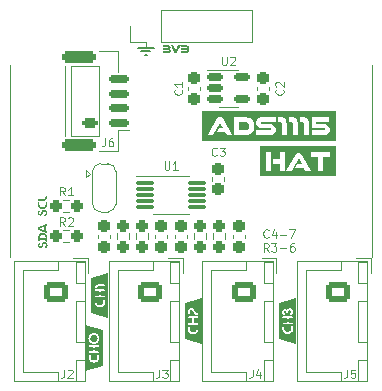
<source format=gto>
G04 #@! TF.GenerationSoftware,KiCad,Pcbnew,7.0.1*
G04 #@! TF.CreationDate,2023-07-15T19:28:20+02:00*
G04 #@! TF.ProjectId,ADS1115_POTENTIOMETER,41445331-3131-4355-9f50-4f54454e5449,1*
G04 #@! TF.SameCoordinates,Original*
G04 #@! TF.FileFunction,Legend,Top*
G04 #@! TF.FilePolarity,Positive*
%FSLAX46Y46*%
G04 Gerber Fmt 4.6, Leading zero omitted, Abs format (unit mm)*
G04 Created by KiCad (PCBNEW 7.0.1) date 2023-07-15 19:28:20*
%MOMM*%
%LPD*%
G01*
G04 APERTURE LIST*
G04 Aperture macros list*
%AMRoundRect*
0 Rectangle with rounded corners*
0 $1 Rounding radius*
0 $2 $3 $4 $5 $6 $7 $8 $9 X,Y pos of 4 corners*
0 Add a 4 corners polygon primitive as box body*
4,1,4,$2,$3,$4,$5,$6,$7,$8,$9,$2,$3,0*
0 Add four circle primitives for the rounded corners*
1,1,$1+$1,$2,$3*
1,1,$1+$1,$4,$5*
1,1,$1+$1,$6,$7*
1,1,$1+$1,$8,$9*
0 Add four rect primitives between the rounded corners*
20,1,$1+$1,$2,$3,$4,$5,0*
20,1,$1+$1,$4,$5,$6,$7,0*
20,1,$1+$1,$6,$7,$8,$9,0*
20,1,$1+$1,$8,$9,$2,$3,0*%
%AMFreePoly0*
4,1,19,0.550000,-0.750000,0.000000,-0.750000,0.000000,-0.744911,-0.071157,-0.744911,-0.207708,-0.704816,-0.327430,-0.627875,-0.420627,-0.520320,-0.479746,-0.390866,-0.500000,-0.250000,-0.500000,0.250000,-0.479746,0.390866,-0.420627,0.520320,-0.327430,0.627875,-0.207708,0.704816,-0.071157,0.744911,0.000000,0.744911,0.000000,0.750000,0.550000,0.750000,0.550000,-0.750000,0.550000,-0.750000,
$1*%
%AMFreePoly1*
4,1,19,0.000000,0.744911,0.071157,0.744911,0.207708,0.704816,0.327430,0.627875,0.420627,0.520320,0.479746,0.390866,0.500000,0.250000,0.500000,-0.250000,0.479746,-0.390866,0.420627,-0.520320,0.327430,-0.627875,0.207708,-0.704816,0.071157,-0.744911,0.000000,-0.744911,0.000000,-0.750000,-0.550000,-0.750000,-0.550000,0.750000,0.000000,0.750000,0.000000,0.744911,0.000000,0.744911,
$1*%
G04 Aperture macros list end*
%ADD10C,0.150000*%
%ADD11C,0.120000*%
%ADD12C,0.100000*%
%ADD13RoundRect,0.237500X-0.237500X0.300000X-0.237500X-0.300000X0.237500X-0.300000X0.237500X0.300000X0*%
%ADD14C,2.200000*%
%ADD15RoundRect,0.250000X-0.725000X0.600000X-0.725000X-0.600000X0.725000X-0.600000X0.725000X0.600000X0*%
%ADD16O,1.950000X1.700000*%
%ADD17RoundRect,0.237500X0.250000X0.237500X-0.250000X0.237500X-0.250000X-0.237500X0.250000X-0.237500X0*%
%ADD18RoundRect,0.075000X-0.650000X-0.075000X0.650000X-0.075000X0.650000X0.075000X-0.650000X0.075000X0*%
%ADD19RoundRect,0.237500X-0.237500X0.250000X-0.237500X-0.250000X0.237500X-0.250000X0.237500X0.250000X0*%
%ADD20RoundRect,0.237500X0.237500X-0.300000X0.237500X0.300000X-0.237500X0.300000X-0.237500X-0.300000X0*%
%ADD21FreePoly0,270.000000*%
%ADD22R,1.500000X1.000000*%
%ADD23FreePoly1,270.000000*%
%ADD24RoundRect,0.150000X-0.512500X-0.150000X0.512500X-0.150000X0.512500X0.150000X-0.512500X0.150000X0*%
%ADD25R,2.000000X2.000000*%
%ADD26O,2.000000X2.000000*%
%ADD27O,1.700000X1.700000*%
%ADD28RoundRect,0.200000X0.450000X-0.200000X0.450000X0.200000X-0.450000X0.200000X-0.450000X-0.200000X0*%
%ADD29RoundRect,0.150000X0.700000X-0.150000X0.700000X0.150000X-0.700000X0.150000X-0.700000X-0.150000X0*%
%ADD30O,1.300000X0.800000*%
%ADD31RoundRect,0.250000X1.150000X-0.250000X1.150000X0.250000X-1.150000X0.250000X-1.150000X-0.250000X0*%
G04 APERTURE END LIST*
D10*
X100085452Y-50520365D02*
X99685452Y-50520365D01*
X99390452Y-50195365D02*
X100100452Y-50195365D01*
X100085452Y-50845365D02*
X100160452Y-50845365D01*
X100085452Y-50520365D02*
X100485452Y-50520365D01*
X100100452Y-50195365D02*
X100810452Y-50195365D01*
X100085452Y-50845365D02*
X100010452Y-50845365D01*
D11*
X100100452Y-49687865D02*
X100100452Y-50195365D01*
D12*
X110487118Y-66222531D02*
X110453785Y-66255865D01*
X110453785Y-66255865D02*
X110353785Y-66289198D01*
X110353785Y-66289198D02*
X110287118Y-66289198D01*
X110287118Y-66289198D02*
X110187118Y-66255865D01*
X110187118Y-66255865D02*
X110120452Y-66189198D01*
X110120452Y-66189198D02*
X110087118Y-66122531D01*
X110087118Y-66122531D02*
X110053785Y-65989198D01*
X110053785Y-65989198D02*
X110053785Y-65889198D01*
X110053785Y-65889198D02*
X110087118Y-65755865D01*
X110087118Y-65755865D02*
X110120452Y-65689198D01*
X110120452Y-65689198D02*
X110187118Y-65622531D01*
X110187118Y-65622531D02*
X110287118Y-65589198D01*
X110287118Y-65589198D02*
X110353785Y-65589198D01*
X110353785Y-65589198D02*
X110453785Y-65622531D01*
X110453785Y-65622531D02*
X110487118Y-65655865D01*
X111087118Y-65822531D02*
X111087118Y-66289198D01*
X110920452Y-65555865D02*
X110753785Y-66055865D01*
X110753785Y-66055865D02*
X111187118Y-66055865D01*
X111453785Y-66022531D02*
X111987119Y-66022531D01*
X112253786Y-65589198D02*
X112720452Y-65589198D01*
X112720452Y-65589198D02*
X112420452Y-66289198D01*
G36*
X101992818Y-50648365D02*
G01*
X102005417Y-50648153D01*
X102017662Y-50647523D01*
X102029550Y-50646479D01*
X102041079Y-50645028D01*
X102052245Y-50643175D01*
X102063045Y-50640926D01*
X102073476Y-50638287D01*
X102083536Y-50635264D01*
X102093221Y-50631862D01*
X102102527Y-50628087D01*
X102111453Y-50623945D01*
X102119994Y-50619441D01*
X102128149Y-50614582D01*
X102135913Y-50609373D01*
X102143285Y-50603820D01*
X102150260Y-50597928D01*
X102156836Y-50591704D01*
X102163009Y-50585153D01*
X102168778Y-50578281D01*
X102174138Y-50571094D01*
X102179086Y-50563597D01*
X102183621Y-50555797D01*
X102187738Y-50547698D01*
X102191434Y-50539307D01*
X102194707Y-50530630D01*
X102197553Y-50521671D01*
X102199970Y-50512438D01*
X102201954Y-50502936D01*
X102203503Y-50493170D01*
X102204613Y-50483146D01*
X102205281Y-50472871D01*
X102205504Y-50462349D01*
X102205396Y-50455176D01*
X102205073Y-50448147D01*
X102204541Y-50441265D01*
X102202865Y-50427953D01*
X102200401Y-50415256D01*
X102197185Y-50403196D01*
X102193250Y-50391790D01*
X102188633Y-50381058D01*
X102183366Y-50371018D01*
X102177485Y-50361690D01*
X102171024Y-50353093D01*
X102164018Y-50345246D01*
X102156501Y-50338168D01*
X102148509Y-50331878D01*
X102140074Y-50326394D01*
X102131233Y-50321737D01*
X102122020Y-50317924D01*
X102117284Y-50316341D01*
X102125515Y-50312660D01*
X102133277Y-50308238D01*
X102140561Y-50303097D01*
X102147359Y-50297262D01*
X102153661Y-50290755D01*
X102159461Y-50283601D01*
X102164748Y-50275822D01*
X102169515Y-50267443D01*
X102173753Y-50258487D01*
X102177454Y-50248978D01*
X102180609Y-50238939D01*
X102183209Y-50228393D01*
X102185246Y-50217364D01*
X102186712Y-50205876D01*
X102187597Y-50193952D01*
X102187894Y-50181616D01*
X102187735Y-50172756D01*
X102187254Y-50164037D01*
X102186447Y-50155469D01*
X102185307Y-50147061D01*
X102183830Y-50138821D01*
X102182012Y-50130760D01*
X102179845Y-50122886D01*
X102177326Y-50115208D01*
X102174450Y-50107736D01*
X102171211Y-50100479D01*
X102167604Y-50093445D01*
X102163623Y-50086645D01*
X102159265Y-50080087D01*
X102154523Y-50073781D01*
X102149393Y-50067735D01*
X102143870Y-50061959D01*
X102137947Y-50056462D01*
X102131621Y-50051253D01*
X102124886Y-50046342D01*
X102117737Y-50041737D01*
X102110168Y-50037447D01*
X102102175Y-50033483D01*
X102093753Y-50029853D01*
X102084896Y-50026565D01*
X102075599Y-50023631D01*
X102065857Y-50021057D01*
X102055665Y-50018855D01*
X102045018Y-50017032D01*
X102033911Y-50015599D01*
X102022338Y-50014563D01*
X102010295Y-50013935D01*
X101997776Y-50013724D01*
X101532225Y-50013724D01*
X101532225Y-50172555D01*
X101975208Y-50172555D01*
X101983137Y-50172977D01*
X101990372Y-50174235D01*
X101996893Y-50176319D01*
X102004446Y-50180363D01*
X102010654Y-50185829D01*
X102015473Y-50192691D01*
X102018857Y-50200922D01*
X102020429Y-50207980D01*
X102021150Y-50215782D01*
X102021199Y-50218546D01*
X102020765Y-50226615D01*
X102019474Y-50233979D01*
X102017347Y-50240620D01*
X102013240Y-50248314D01*
X102007721Y-50254639D01*
X102000835Y-50259551D01*
X101992626Y-50263003D01*
X101985627Y-50264606D01*
X101977927Y-50265342D01*
X101975208Y-50265392D01*
X101539063Y-50265392D01*
X101539063Y-50396697D01*
X101984953Y-50396697D01*
X101993454Y-50397165D01*
X102001242Y-50398551D01*
X102008291Y-50400824D01*
X102014574Y-50403955D01*
X102021712Y-50409413D01*
X102027375Y-50416273D01*
X102030616Y-50422297D01*
X102032965Y-50429040D01*
X102034394Y-50436474D01*
X102034876Y-50444568D01*
X102034394Y-50452175D01*
X102032965Y-50459114D01*
X102029634Y-50467299D01*
X102024732Y-50474225D01*
X102018323Y-50479849D01*
X102010472Y-50484130D01*
X102003675Y-50486434D01*
X101996130Y-50487940D01*
X101987864Y-50488632D01*
X101984953Y-50488679D01*
X101532225Y-50488679D01*
X101532225Y-50648365D01*
X101992818Y-50648365D01*
G37*
G36*
X102636691Y-50648365D02*
G01*
X102645859Y-50647954D01*
X102654609Y-50646722D01*
X102662935Y-50644669D01*
X102670834Y-50641792D01*
X102678302Y-50638091D01*
X102685333Y-50633566D01*
X102691924Y-50628215D01*
X102698072Y-50622038D01*
X102703770Y-50615033D01*
X102709016Y-50607201D01*
X102712259Y-50601519D01*
X103038470Y-50013724D01*
X102845445Y-50013724D01*
X102617029Y-50443371D01*
X102388784Y-50013724D01*
X102195759Y-50013724D01*
X102521115Y-50601519D01*
X102526038Y-50609904D01*
X102531469Y-50617460D01*
X102537392Y-50624189D01*
X102543793Y-50630090D01*
X102550656Y-50635166D01*
X102557966Y-50639416D01*
X102565707Y-50642842D01*
X102573865Y-50645445D01*
X102582423Y-50647224D01*
X102591368Y-50648182D01*
X102597539Y-50648365D01*
X102636691Y-50648365D01*
G37*
G36*
X103537019Y-50648365D02*
G01*
X103549618Y-50648153D01*
X103561863Y-50647523D01*
X103573751Y-50646479D01*
X103585280Y-50645028D01*
X103596446Y-50643175D01*
X103607246Y-50640926D01*
X103617677Y-50638287D01*
X103627737Y-50635264D01*
X103637421Y-50631862D01*
X103646728Y-50628087D01*
X103655654Y-50623945D01*
X103664195Y-50619441D01*
X103672350Y-50614582D01*
X103680114Y-50609373D01*
X103687486Y-50603820D01*
X103694461Y-50597928D01*
X103701037Y-50591704D01*
X103707210Y-50585153D01*
X103712979Y-50578281D01*
X103718339Y-50571094D01*
X103723287Y-50563597D01*
X103727822Y-50555797D01*
X103731939Y-50547698D01*
X103735635Y-50539307D01*
X103738908Y-50530630D01*
X103741754Y-50521671D01*
X103744171Y-50512438D01*
X103746155Y-50502936D01*
X103747704Y-50493170D01*
X103748814Y-50483146D01*
X103749482Y-50472871D01*
X103749705Y-50462349D01*
X103749597Y-50455176D01*
X103749274Y-50448147D01*
X103748742Y-50441265D01*
X103747065Y-50427953D01*
X103744602Y-50415256D01*
X103741386Y-50403196D01*
X103737451Y-50391790D01*
X103732833Y-50381058D01*
X103727567Y-50371018D01*
X103721686Y-50361690D01*
X103715225Y-50353093D01*
X103708219Y-50345246D01*
X103700702Y-50338168D01*
X103692710Y-50331878D01*
X103684275Y-50326394D01*
X103675434Y-50321737D01*
X103666220Y-50317924D01*
X103661485Y-50316341D01*
X103669716Y-50312660D01*
X103677478Y-50308238D01*
X103684762Y-50303097D01*
X103691560Y-50297262D01*
X103697862Y-50290755D01*
X103703662Y-50283601D01*
X103708949Y-50275822D01*
X103713716Y-50267443D01*
X103717954Y-50258487D01*
X103721655Y-50248978D01*
X103724810Y-50238939D01*
X103727410Y-50228393D01*
X103729447Y-50217364D01*
X103730913Y-50205876D01*
X103731798Y-50193952D01*
X103732095Y-50181616D01*
X103731936Y-50172756D01*
X103731455Y-50164037D01*
X103730648Y-50155469D01*
X103729508Y-50147061D01*
X103728031Y-50138821D01*
X103726212Y-50130760D01*
X103724046Y-50122886D01*
X103721527Y-50115208D01*
X103718651Y-50107736D01*
X103715412Y-50100479D01*
X103711805Y-50093445D01*
X103707824Y-50086645D01*
X103703466Y-50080087D01*
X103698724Y-50073781D01*
X103693594Y-50067735D01*
X103688071Y-50061959D01*
X103682148Y-50056462D01*
X103675822Y-50051253D01*
X103669087Y-50046342D01*
X103661938Y-50041737D01*
X103654369Y-50037447D01*
X103646376Y-50033483D01*
X103637954Y-50029853D01*
X103629097Y-50026565D01*
X103619800Y-50023631D01*
X103610058Y-50021057D01*
X103599866Y-50018855D01*
X103589219Y-50017032D01*
X103578112Y-50015599D01*
X103566539Y-50014563D01*
X103554496Y-50013935D01*
X103541977Y-50013724D01*
X103076425Y-50013724D01*
X103076425Y-50172555D01*
X103519409Y-50172555D01*
X103527338Y-50172977D01*
X103534573Y-50174235D01*
X103541094Y-50176319D01*
X103548647Y-50180363D01*
X103554855Y-50185829D01*
X103559674Y-50192691D01*
X103563058Y-50200922D01*
X103564630Y-50207980D01*
X103565351Y-50215782D01*
X103565400Y-50218546D01*
X103564965Y-50226615D01*
X103563675Y-50233979D01*
X103561548Y-50240620D01*
X103557441Y-50248314D01*
X103551922Y-50254639D01*
X103545036Y-50259551D01*
X103536827Y-50263003D01*
X103529828Y-50264606D01*
X103522128Y-50265342D01*
X103519409Y-50265392D01*
X103083264Y-50265392D01*
X103083264Y-50396697D01*
X103529154Y-50396697D01*
X103537655Y-50397165D01*
X103545443Y-50398551D01*
X103552492Y-50400824D01*
X103558775Y-50403955D01*
X103565913Y-50409413D01*
X103571576Y-50416273D01*
X103574817Y-50422297D01*
X103577166Y-50429040D01*
X103578595Y-50436474D01*
X103579077Y-50444568D01*
X103578595Y-50452175D01*
X103577166Y-50459114D01*
X103573835Y-50467299D01*
X103568933Y-50474225D01*
X103562524Y-50479849D01*
X103554673Y-50484130D01*
X103547876Y-50486434D01*
X103540331Y-50487940D01*
X103532065Y-50488632D01*
X103529154Y-50488679D01*
X103076425Y-50488679D01*
X103076425Y-50648365D01*
X103537019Y-50648365D01*
G37*
X110487118Y-67459198D02*
X110253785Y-67125865D01*
X110087118Y-67459198D02*
X110087118Y-66759198D01*
X110087118Y-66759198D02*
X110353785Y-66759198D01*
X110353785Y-66759198D02*
X110420452Y-66792531D01*
X110420452Y-66792531D02*
X110453785Y-66825865D01*
X110453785Y-66825865D02*
X110487118Y-66892531D01*
X110487118Y-66892531D02*
X110487118Y-66992531D01*
X110487118Y-66992531D02*
X110453785Y-67059198D01*
X110453785Y-67059198D02*
X110420452Y-67092531D01*
X110420452Y-67092531D02*
X110353785Y-67125865D01*
X110353785Y-67125865D02*
X110087118Y-67125865D01*
X110720452Y-66759198D02*
X111153785Y-66759198D01*
X111153785Y-66759198D02*
X110920452Y-67025865D01*
X110920452Y-67025865D02*
X111020452Y-67025865D01*
X111020452Y-67025865D02*
X111087118Y-67059198D01*
X111087118Y-67059198D02*
X111120452Y-67092531D01*
X111120452Y-67092531D02*
X111153785Y-67159198D01*
X111153785Y-67159198D02*
X111153785Y-67325865D01*
X111153785Y-67325865D02*
X111120452Y-67392531D01*
X111120452Y-67392531D02*
X111087118Y-67425865D01*
X111087118Y-67425865D02*
X111020452Y-67459198D01*
X111020452Y-67459198D02*
X110820452Y-67459198D01*
X110820452Y-67459198D02*
X110753785Y-67425865D01*
X110753785Y-67425865D02*
X110720452Y-67392531D01*
X111453785Y-67192531D02*
X111987119Y-67192531D01*
X112620452Y-66759198D02*
X112487119Y-66759198D01*
X112487119Y-66759198D02*
X112420452Y-66792531D01*
X112420452Y-66792531D02*
X112387119Y-66825865D01*
X112387119Y-66825865D02*
X112320452Y-66925865D01*
X112320452Y-66925865D02*
X112287119Y-67059198D01*
X112287119Y-67059198D02*
X112287119Y-67325865D01*
X112287119Y-67325865D02*
X112320452Y-67392531D01*
X112320452Y-67392531D02*
X112353786Y-67425865D01*
X112353786Y-67425865D02*
X112420452Y-67459198D01*
X112420452Y-67459198D02*
X112553786Y-67459198D01*
X112553786Y-67459198D02*
X112620452Y-67425865D01*
X112620452Y-67425865D02*
X112653786Y-67392531D01*
X112653786Y-67392531D02*
X112687119Y-67325865D01*
X112687119Y-67325865D02*
X112687119Y-67159198D01*
X112687119Y-67159198D02*
X112653786Y-67092531D01*
X112653786Y-67092531D02*
X112620452Y-67059198D01*
X112620452Y-67059198D02*
X112553786Y-67025865D01*
X112553786Y-67025865D02*
X112420452Y-67025865D01*
X112420452Y-67025865D02*
X112353786Y-67059198D01*
X112353786Y-67059198D02*
X112320452Y-67092531D01*
X112320452Y-67092531D02*
X112287119Y-67159198D01*
X111695118Y-53764531D02*
X111728452Y-53797864D01*
X111728452Y-53797864D02*
X111761785Y-53897864D01*
X111761785Y-53897864D02*
X111761785Y-53964531D01*
X111761785Y-53964531D02*
X111728452Y-54064531D01*
X111728452Y-54064531D02*
X111661785Y-54131198D01*
X111661785Y-54131198D02*
X111595118Y-54164531D01*
X111595118Y-54164531D02*
X111461785Y-54197864D01*
X111461785Y-54197864D02*
X111361785Y-54197864D01*
X111361785Y-54197864D02*
X111228452Y-54164531D01*
X111228452Y-54164531D02*
X111161785Y-54131198D01*
X111161785Y-54131198D02*
X111095118Y-54064531D01*
X111095118Y-54064531D02*
X111061785Y-53964531D01*
X111061785Y-53964531D02*
X111061785Y-53897864D01*
X111061785Y-53897864D02*
X111095118Y-53797864D01*
X111095118Y-53797864D02*
X111128452Y-53764531D01*
X111128452Y-53497864D02*
X111095118Y-53464531D01*
X111095118Y-53464531D02*
X111061785Y-53397864D01*
X111061785Y-53397864D02*
X111061785Y-53231198D01*
X111061785Y-53231198D02*
X111095118Y-53164531D01*
X111095118Y-53164531D02*
X111128452Y-53131198D01*
X111128452Y-53131198D02*
X111195118Y-53097864D01*
X111195118Y-53097864D02*
X111261785Y-53097864D01*
X111261785Y-53097864D02*
X111361785Y-53131198D01*
X111361785Y-53131198D02*
X111761785Y-53531198D01*
X111761785Y-53531198D02*
X111761785Y-53097864D01*
X103127618Y-53764531D02*
X103160952Y-53797864D01*
X103160952Y-53797864D02*
X103194285Y-53897864D01*
X103194285Y-53897864D02*
X103194285Y-53964531D01*
X103194285Y-53964531D02*
X103160952Y-54064531D01*
X103160952Y-54064531D02*
X103094285Y-54131198D01*
X103094285Y-54131198D02*
X103027618Y-54164531D01*
X103027618Y-54164531D02*
X102894285Y-54197864D01*
X102894285Y-54197864D02*
X102794285Y-54197864D01*
X102794285Y-54197864D02*
X102660952Y-54164531D01*
X102660952Y-54164531D02*
X102594285Y-54131198D01*
X102594285Y-54131198D02*
X102527618Y-54064531D01*
X102527618Y-54064531D02*
X102494285Y-53964531D01*
X102494285Y-53964531D02*
X102494285Y-53897864D01*
X102494285Y-53897864D02*
X102527618Y-53797864D01*
X102527618Y-53797864D02*
X102560952Y-53764531D01*
X103194285Y-53097864D02*
X103194285Y-53497864D01*
X103194285Y-53297864D02*
X102494285Y-53297864D01*
X102494285Y-53297864D02*
X102594285Y-53364531D01*
X102594285Y-53364531D02*
X102660952Y-53431198D01*
X102660952Y-53431198D02*
X102694285Y-53497864D01*
X109137118Y-77459198D02*
X109137118Y-77959198D01*
X109137118Y-77959198D02*
X109103785Y-78059198D01*
X109103785Y-78059198D02*
X109037118Y-78125865D01*
X109037118Y-78125865D02*
X108937118Y-78159198D01*
X108937118Y-78159198D02*
X108870452Y-78159198D01*
X109770451Y-77692531D02*
X109770451Y-78159198D01*
X109603785Y-77425865D02*
X109437118Y-77925865D01*
X109437118Y-77925865D02*
X109870451Y-77925865D01*
X93253785Y-62709198D02*
X93020452Y-62375865D01*
X92853785Y-62709198D02*
X92853785Y-62009198D01*
X92853785Y-62009198D02*
X93120452Y-62009198D01*
X93120452Y-62009198D02*
X93187119Y-62042531D01*
X93187119Y-62042531D02*
X93220452Y-62075865D01*
X93220452Y-62075865D02*
X93253785Y-62142531D01*
X93253785Y-62142531D02*
X93253785Y-62242531D01*
X93253785Y-62242531D02*
X93220452Y-62309198D01*
X93220452Y-62309198D02*
X93187119Y-62342531D01*
X93187119Y-62342531D02*
X93120452Y-62375865D01*
X93120452Y-62375865D02*
X92853785Y-62375865D01*
X93920452Y-62709198D02*
X93520452Y-62709198D01*
X93720452Y-62709198D02*
X93720452Y-62009198D01*
X93720452Y-62009198D02*
X93653785Y-62109198D01*
X93653785Y-62109198D02*
X93587119Y-62175865D01*
X93587119Y-62175865D02*
X93520452Y-62209198D01*
X101687118Y-59834198D02*
X101687118Y-60400865D01*
X101687118Y-60400865D02*
X101720452Y-60467531D01*
X101720452Y-60467531D02*
X101753785Y-60500865D01*
X101753785Y-60500865D02*
X101820452Y-60534198D01*
X101820452Y-60534198D02*
X101953785Y-60534198D01*
X101953785Y-60534198D02*
X102020452Y-60500865D01*
X102020452Y-60500865D02*
X102053785Y-60467531D01*
X102053785Y-60467531D02*
X102087118Y-60400865D01*
X102087118Y-60400865D02*
X102087118Y-59834198D01*
X102787118Y-60534198D02*
X102387118Y-60534198D01*
X102587118Y-60534198D02*
X102587118Y-59834198D01*
X102587118Y-59834198D02*
X102520451Y-59934198D01*
X102520451Y-59934198D02*
X102453785Y-60000865D01*
X102453785Y-60000865D02*
X102387118Y-60034198D01*
X93253785Y-65259198D02*
X93020452Y-64925865D01*
X92853785Y-65259198D02*
X92853785Y-64559198D01*
X92853785Y-64559198D02*
X93120452Y-64559198D01*
X93120452Y-64559198D02*
X93187119Y-64592531D01*
X93187119Y-64592531D02*
X93220452Y-64625865D01*
X93220452Y-64625865D02*
X93253785Y-64692531D01*
X93253785Y-64692531D02*
X93253785Y-64792531D01*
X93253785Y-64792531D02*
X93220452Y-64859198D01*
X93220452Y-64859198D02*
X93187119Y-64892531D01*
X93187119Y-64892531D02*
X93120452Y-64925865D01*
X93120452Y-64925865D02*
X92853785Y-64925865D01*
X93520452Y-64625865D02*
X93553785Y-64592531D01*
X93553785Y-64592531D02*
X93620452Y-64559198D01*
X93620452Y-64559198D02*
X93787119Y-64559198D01*
X93787119Y-64559198D02*
X93853785Y-64592531D01*
X93853785Y-64592531D02*
X93887119Y-64625865D01*
X93887119Y-64625865D02*
X93920452Y-64692531D01*
X93920452Y-64692531D02*
X93920452Y-64759198D01*
X93920452Y-64759198D02*
X93887119Y-64859198D01*
X93887119Y-64859198D02*
X93487119Y-65259198D01*
X93487119Y-65259198D02*
X93920452Y-65259198D01*
X106103785Y-59292531D02*
X106070452Y-59325865D01*
X106070452Y-59325865D02*
X105970452Y-59359198D01*
X105970452Y-59359198D02*
X105903785Y-59359198D01*
X105903785Y-59359198D02*
X105803785Y-59325865D01*
X105803785Y-59325865D02*
X105737119Y-59259198D01*
X105737119Y-59259198D02*
X105703785Y-59192531D01*
X105703785Y-59192531D02*
X105670452Y-59059198D01*
X105670452Y-59059198D02*
X105670452Y-58959198D01*
X105670452Y-58959198D02*
X105703785Y-58825865D01*
X105703785Y-58825865D02*
X105737119Y-58759198D01*
X105737119Y-58759198D02*
X105803785Y-58692531D01*
X105803785Y-58692531D02*
X105903785Y-58659198D01*
X105903785Y-58659198D02*
X105970452Y-58659198D01*
X105970452Y-58659198D02*
X106070452Y-58692531D01*
X106070452Y-58692531D02*
X106103785Y-58725865D01*
X106337119Y-58659198D02*
X106770452Y-58659198D01*
X106770452Y-58659198D02*
X106537119Y-58925865D01*
X106537119Y-58925865D02*
X106637119Y-58925865D01*
X106637119Y-58925865D02*
X106703785Y-58959198D01*
X106703785Y-58959198D02*
X106737119Y-58992531D01*
X106737119Y-58992531D02*
X106770452Y-59059198D01*
X106770452Y-59059198D02*
X106770452Y-59225865D01*
X106770452Y-59225865D02*
X106737119Y-59292531D01*
X106737119Y-59292531D02*
X106703785Y-59325865D01*
X106703785Y-59325865D02*
X106637119Y-59359198D01*
X106637119Y-59359198D02*
X106437119Y-59359198D01*
X106437119Y-59359198D02*
X106370452Y-59325865D01*
X106370452Y-59325865D02*
X106337119Y-59292531D01*
X106549618Y-50959198D02*
X106549618Y-51525865D01*
X106549618Y-51525865D02*
X106582952Y-51592531D01*
X106582952Y-51592531D02*
X106616285Y-51625865D01*
X106616285Y-51625865D02*
X106682952Y-51659198D01*
X106682952Y-51659198D02*
X106816285Y-51659198D01*
X106816285Y-51659198D02*
X106882952Y-51625865D01*
X106882952Y-51625865D02*
X106916285Y-51592531D01*
X106916285Y-51592531D02*
X106949618Y-51525865D01*
X106949618Y-51525865D02*
X106949618Y-50959198D01*
X107249618Y-51025865D02*
X107282951Y-50992531D01*
X107282951Y-50992531D02*
X107349618Y-50959198D01*
X107349618Y-50959198D02*
X107516285Y-50959198D01*
X107516285Y-50959198D02*
X107582951Y-50992531D01*
X107582951Y-50992531D02*
X107616285Y-51025865D01*
X107616285Y-51025865D02*
X107649618Y-51092531D01*
X107649618Y-51092531D02*
X107649618Y-51159198D01*
X107649618Y-51159198D02*
X107616285Y-51259198D01*
X107616285Y-51259198D02*
X107216285Y-51659198D01*
X107216285Y-51659198D02*
X107649618Y-51659198D01*
X101237118Y-77459198D02*
X101237118Y-77959198D01*
X101237118Y-77959198D02*
X101203785Y-78059198D01*
X101203785Y-78059198D02*
X101137118Y-78125865D01*
X101137118Y-78125865D02*
X101037118Y-78159198D01*
X101037118Y-78159198D02*
X100970452Y-78159198D01*
X101503785Y-77459198D02*
X101937118Y-77459198D01*
X101937118Y-77459198D02*
X101703785Y-77725865D01*
X101703785Y-77725865D02*
X101803785Y-77725865D01*
X101803785Y-77725865D02*
X101870451Y-77759198D01*
X101870451Y-77759198D02*
X101903785Y-77792531D01*
X101903785Y-77792531D02*
X101937118Y-77859198D01*
X101937118Y-77859198D02*
X101937118Y-78025865D01*
X101937118Y-78025865D02*
X101903785Y-78092531D01*
X101903785Y-78092531D02*
X101870451Y-78125865D01*
X101870451Y-78125865D02*
X101803785Y-78159198D01*
X101803785Y-78159198D02*
X101603785Y-78159198D01*
X101603785Y-78159198D02*
X101537118Y-78125865D01*
X101537118Y-78125865D02*
X101503785Y-78092531D01*
X93187118Y-77459198D02*
X93187118Y-77959198D01*
X93187118Y-77959198D02*
X93153785Y-78059198D01*
X93153785Y-78059198D02*
X93087118Y-78125865D01*
X93087118Y-78125865D02*
X92987118Y-78159198D01*
X92987118Y-78159198D02*
X92920452Y-78159198D01*
X93487118Y-77525865D02*
X93520451Y-77492531D01*
X93520451Y-77492531D02*
X93587118Y-77459198D01*
X93587118Y-77459198D02*
X93753785Y-77459198D01*
X93753785Y-77459198D02*
X93820451Y-77492531D01*
X93820451Y-77492531D02*
X93853785Y-77525865D01*
X93853785Y-77525865D02*
X93887118Y-77592531D01*
X93887118Y-77592531D02*
X93887118Y-77659198D01*
X93887118Y-77659198D02*
X93853785Y-77759198D01*
X93853785Y-77759198D02*
X93453785Y-78159198D01*
X93453785Y-78159198D02*
X93887118Y-78159198D01*
G36*
X91600049Y-64431617D02*
G01*
X91610226Y-64427269D01*
X91620059Y-64422621D01*
X91629549Y-64417683D01*
X91638697Y-64412463D01*
X91647505Y-64406971D01*
X91655975Y-64401217D01*
X91664106Y-64395209D01*
X91671902Y-64388957D01*
X91679364Y-64382469D01*
X91686492Y-64375756D01*
X91693288Y-64368827D01*
X91699754Y-64361690D01*
X91705891Y-64354356D01*
X91711700Y-64346833D01*
X91717183Y-64339130D01*
X91722342Y-64331257D01*
X91727176Y-64323224D01*
X91731689Y-64315039D01*
X91735881Y-64306711D01*
X91739754Y-64298251D01*
X91743309Y-64289666D01*
X91746548Y-64280967D01*
X91749471Y-64272163D01*
X91752081Y-64263263D01*
X91754379Y-64254276D01*
X91756366Y-64245212D01*
X91758043Y-64236080D01*
X91759412Y-64226888D01*
X91760474Y-64217647D01*
X91761232Y-64208366D01*
X91761685Y-64199053D01*
X91761836Y-64189719D01*
X91761606Y-64178379D01*
X91760920Y-64167053D01*
X91759777Y-64155758D01*
X91758180Y-64144514D01*
X91756131Y-64133340D01*
X91753631Y-64122257D01*
X91750682Y-64111282D01*
X91747285Y-64100436D01*
X91743442Y-64089737D01*
X91739155Y-64079205D01*
X91734425Y-64068860D01*
X91729254Y-64058721D01*
X91723644Y-64048806D01*
X91717597Y-64039135D01*
X91711113Y-64029729D01*
X91704194Y-64020605D01*
X91696843Y-64011783D01*
X91689061Y-64003283D01*
X91680849Y-63995124D01*
X91672210Y-63987325D01*
X91663144Y-63979906D01*
X91653654Y-63972885D01*
X91643741Y-63966283D01*
X91633407Y-63960118D01*
X91622653Y-63954410D01*
X91611481Y-63949178D01*
X91599893Y-63944442D01*
X91587890Y-63940220D01*
X91575474Y-63936532D01*
X91562647Y-63933398D01*
X91549410Y-63930837D01*
X91535764Y-63928867D01*
X91527466Y-63928110D01*
X91519273Y-63927427D01*
X91511233Y-63926891D01*
X91503398Y-63926575D01*
X91499030Y-63926523D01*
X91489633Y-63926659D01*
X91480001Y-63927089D01*
X91470162Y-63927847D01*
X91460147Y-63928965D01*
X91449985Y-63930477D01*
X91439707Y-63932416D01*
X91429341Y-63934816D01*
X91418919Y-63937709D01*
X91408469Y-63941128D01*
X91398021Y-63945108D01*
X91387605Y-63949680D01*
X91377251Y-63954879D01*
X91366988Y-63960737D01*
X91356847Y-63967288D01*
X91346858Y-63974565D01*
X91337048Y-63982601D01*
X91327604Y-63991293D01*
X91318628Y-64000591D01*
X91310140Y-64010498D01*
X91302158Y-64021014D01*
X91294704Y-64032141D01*
X91287795Y-64043882D01*
X91281453Y-64056237D01*
X91275695Y-64069209D01*
X91270541Y-64082799D01*
X91266012Y-64097009D01*
X91262126Y-64111841D01*
X91260430Y-64119491D01*
X91258903Y-64127296D01*
X91257546Y-64135258D01*
X91256362Y-64143377D01*
X91255354Y-64151652D01*
X91254523Y-64160084D01*
X91253873Y-64168673D01*
X91253406Y-64177419D01*
X91253124Y-64186323D01*
X91253029Y-64195385D01*
X91252573Y-64204842D01*
X91251212Y-64213850D01*
X91248959Y-64222382D01*
X91245824Y-64230409D01*
X91241819Y-64237906D01*
X91236955Y-64244844D01*
X91231244Y-64251196D01*
X91224697Y-64256934D01*
X91217867Y-64262202D01*
X91211311Y-64266688D01*
X91202029Y-64272084D01*
X91193462Y-64276065D01*
X91185668Y-64278835D01*
X91176580Y-64281003D01*
X91167515Y-64281944D01*
X91159595Y-64281669D01*
X91158067Y-64281554D01*
X91146693Y-64280895D01*
X91135367Y-64278876D01*
X91124323Y-64275438D01*
X91113795Y-64270518D01*
X91104016Y-64264057D01*
X91098029Y-64258863D01*
X91092548Y-64252939D01*
X91087643Y-64246266D01*
X91083382Y-64238828D01*
X91079836Y-64230604D01*
X91077073Y-64221578D01*
X91075163Y-64211732D01*
X91074175Y-64201047D01*
X91074048Y-64195385D01*
X91074967Y-64180974D01*
X91077566Y-64168630D01*
X91081603Y-64158083D01*
X91086840Y-64149064D01*
X91093036Y-64141305D01*
X91099952Y-64134537D01*
X91107348Y-64128489D01*
X91114983Y-64122894D01*
X91122618Y-64117482D01*
X91130014Y-64111984D01*
X91136930Y-64106131D01*
X91143126Y-64099654D01*
X91148363Y-64092284D01*
X91152400Y-64083752D01*
X91154999Y-64073789D01*
X91155918Y-64062126D01*
X91155298Y-64048003D01*
X91153489Y-64035431D01*
X91150571Y-64024372D01*
X91146624Y-64014790D01*
X91141726Y-64006648D01*
X91135957Y-63999908D01*
X91129395Y-63994533D01*
X91122121Y-63990487D01*
X91114213Y-63987731D01*
X91105750Y-63986230D01*
X91096813Y-63985946D01*
X91087479Y-63986842D01*
X91077828Y-63988880D01*
X91067940Y-63992024D01*
X91057893Y-63996237D01*
X91047767Y-64001481D01*
X91037641Y-64007719D01*
X91027595Y-64014915D01*
X91017706Y-64023030D01*
X91008056Y-64032029D01*
X90998722Y-64041874D01*
X90989784Y-64052527D01*
X90981322Y-64063952D01*
X90973414Y-64076112D01*
X90966139Y-64088969D01*
X90959578Y-64102487D01*
X90953809Y-64116628D01*
X90948911Y-64131356D01*
X90944963Y-64146632D01*
X90942046Y-64162421D01*
X90940237Y-64178684D01*
X90939617Y-64195385D01*
X90939760Y-64204430D01*
X90940188Y-64213285D01*
X90940892Y-64221948D01*
X90941867Y-64230421D01*
X90943108Y-64238704D01*
X90944606Y-64246797D01*
X90946357Y-64254701D01*
X90948354Y-64262414D01*
X90950591Y-64269939D01*
X90955760Y-64284422D01*
X90961813Y-64298151D01*
X90968701Y-64311128D01*
X90976374Y-64323356D01*
X90984783Y-64334835D01*
X90993877Y-64345569D01*
X91003607Y-64355560D01*
X91013922Y-64364808D01*
X91024774Y-64373317D01*
X91036112Y-64381088D01*
X91047887Y-64388123D01*
X91053922Y-64391366D01*
X91062829Y-64395885D01*
X91071408Y-64399986D01*
X91079653Y-64403663D01*
X91087554Y-64406911D01*
X91095106Y-64409723D01*
X91104616Y-64412786D01*
X91113472Y-64415051D01*
X91121654Y-64416504D01*
X91130908Y-64417158D01*
X91139368Y-64417234D01*
X91147687Y-64417478D01*
X91155709Y-64417907D01*
X91161389Y-64418330D01*
X91171154Y-64418113D01*
X91180944Y-64417460D01*
X91190737Y-64416370D01*
X91200511Y-64414842D01*
X91210245Y-64412873D01*
X91219915Y-64410463D01*
X91229500Y-64407609D01*
X91238979Y-64404310D01*
X91248329Y-64400565D01*
X91257528Y-64396372D01*
X91266554Y-64391729D01*
X91275386Y-64386635D01*
X91284000Y-64381088D01*
X91292377Y-64375087D01*
X91300492Y-64368629D01*
X91308326Y-64361714D01*
X91315854Y-64354341D01*
X91323056Y-64346506D01*
X91329910Y-64338209D01*
X91336393Y-64329448D01*
X91342484Y-64320222D01*
X91348160Y-64310529D01*
X91353400Y-64300368D01*
X91358182Y-64289736D01*
X91362483Y-64278633D01*
X91366282Y-64267056D01*
X91369557Y-64255005D01*
X91372286Y-64242477D01*
X91374446Y-64229471D01*
X91376017Y-64215985D01*
X91376975Y-64202019D01*
X91377300Y-64187569D01*
X91378017Y-64172813D01*
X91380109Y-64158989D01*
X91383482Y-64146099D01*
X91388046Y-64134147D01*
X91393710Y-64123132D01*
X91400381Y-64113059D01*
X91407967Y-64103927D01*
X91416379Y-64095740D01*
X91425522Y-64088499D01*
X91435307Y-64082207D01*
X91445642Y-64076864D01*
X91456434Y-64072474D01*
X91467593Y-64069037D01*
X91479027Y-64066557D01*
X91490644Y-64065034D01*
X91502352Y-64064471D01*
X91514060Y-64064870D01*
X91525677Y-64066232D01*
X91537111Y-64068560D01*
X91548270Y-64071855D01*
X91559062Y-64076120D01*
X91569397Y-64081357D01*
X91579182Y-64087566D01*
X91588326Y-64094751D01*
X91596737Y-64102913D01*
X91604323Y-64112054D01*
X91610994Y-64122176D01*
X91616658Y-64133281D01*
X91621222Y-64145371D01*
X91624596Y-64158448D01*
X91626687Y-64172513D01*
X91627404Y-64187569D01*
X91627020Y-64197548D01*
X91625886Y-64207314D01*
X91624030Y-64216837D01*
X91621482Y-64226089D01*
X91618269Y-64235040D01*
X91614421Y-64243661D01*
X91609967Y-64251921D01*
X91604934Y-64259792D01*
X91599352Y-64267244D01*
X91593249Y-64274247D01*
X91586653Y-64280772D01*
X91579594Y-64286790D01*
X91572100Y-64292271D01*
X91564199Y-64297185D01*
X91555920Y-64301504D01*
X91547293Y-64305197D01*
X91539010Y-64308916D01*
X91531627Y-64313129D01*
X91525124Y-64317804D01*
X91517790Y-64324701D01*
X91511946Y-64332286D01*
X91507547Y-64340484D01*
X91504550Y-64349220D01*
X91502911Y-64358418D01*
X91502547Y-64365573D01*
X91503018Y-64373932D01*
X91504404Y-64382103D01*
X91506669Y-64390008D01*
X91509777Y-64397569D01*
X91513691Y-64404710D01*
X91518374Y-64411351D01*
X91523790Y-64417415D01*
X91529903Y-64422824D01*
X91536395Y-64427647D01*
X91544303Y-64432140D01*
X91551764Y-64435187D01*
X91559800Y-64437322D01*
X91568296Y-64438377D01*
X91571326Y-64438456D01*
X91579972Y-64437775D01*
X91587930Y-64436017D01*
X91596218Y-64433201D01*
X91600049Y-64431617D01*
G37*
G36*
X91345060Y-63881191D02*
G01*
X91365739Y-63880666D01*
X91386106Y-63879108D01*
X91406138Y-63876538D01*
X91425813Y-63872980D01*
X91445108Y-63868456D01*
X91464000Y-63862989D01*
X91482467Y-63856602D01*
X91500487Y-63849317D01*
X91518036Y-63841158D01*
X91535092Y-63832147D01*
X91551633Y-63822307D01*
X91567636Y-63811660D01*
X91583079Y-63800229D01*
X91597938Y-63788038D01*
X91612192Y-63775108D01*
X91625817Y-63761463D01*
X91638791Y-63747126D01*
X91651092Y-63732118D01*
X91662697Y-63716463D01*
X91673583Y-63700184D01*
X91683729Y-63683303D01*
X91693110Y-63665844D01*
X91701705Y-63647828D01*
X91709491Y-63629279D01*
X91716446Y-63610219D01*
X91722547Y-63590672D01*
X91727771Y-63570659D01*
X91732096Y-63550204D01*
X91735499Y-63529329D01*
X91737957Y-63508058D01*
X91739449Y-63486412D01*
X91739952Y-63464415D01*
X91739952Y-63329984D01*
X91739569Y-63322045D01*
X91736657Y-63307671D01*
X91731208Y-63295307D01*
X91723611Y-63284963D01*
X91714258Y-63276650D01*
X91703538Y-63270375D01*
X91691842Y-63266149D01*
X91679560Y-63263981D01*
X91667084Y-63263881D01*
X91654802Y-63265857D01*
X91643106Y-63269920D01*
X91632386Y-63276079D01*
X91623033Y-63284343D01*
X91615436Y-63294722D01*
X91609987Y-63307226D01*
X91607075Y-63321862D01*
X91606693Y-63329984D01*
X91606693Y-63454450D01*
X91605198Y-63487793D01*
X91600840Y-63518951D01*
X91593811Y-63547928D01*
X91584301Y-63574731D01*
X91572501Y-63599364D01*
X91558601Y-63621833D01*
X91542793Y-63642143D01*
X91525268Y-63660301D01*
X91506216Y-63676311D01*
X91485828Y-63690179D01*
X91464295Y-63701910D01*
X91441808Y-63711511D01*
X91418558Y-63718985D01*
X91394735Y-63724340D01*
X91370530Y-63727580D01*
X91346134Y-63728710D01*
X91321739Y-63727737D01*
X91297534Y-63724666D01*
X91273711Y-63719502D01*
X91250461Y-63712250D01*
X91227973Y-63702917D01*
X91206440Y-63691507D01*
X91186053Y-63678027D01*
X91167001Y-63662481D01*
X91149475Y-63644875D01*
X91133667Y-63625215D01*
X91119768Y-63603505D01*
X91107968Y-63579752D01*
X91098458Y-63553961D01*
X91091428Y-63526138D01*
X91087071Y-63496287D01*
X91085576Y-63464415D01*
X91085576Y-63329984D01*
X91085193Y-63321862D01*
X91082277Y-63307226D01*
X91076820Y-63294722D01*
X91069212Y-63284343D01*
X91059845Y-63276079D01*
X91049109Y-63269920D01*
X91037396Y-63265857D01*
X91025096Y-63263881D01*
X91012601Y-63263981D01*
X91000302Y-63266149D01*
X90988589Y-63270375D01*
X90977853Y-63276650D01*
X90968486Y-63284963D01*
X90960878Y-63295307D01*
X90955421Y-63307671D01*
X90952505Y-63322045D01*
X90952122Y-63329984D01*
X90952122Y-63476725D01*
X90953116Y-63497707D01*
X90955026Y-63518394D01*
X90957830Y-63538762D01*
X90961513Y-63558787D01*
X90966053Y-63578444D01*
X90971434Y-63597710D01*
X90977635Y-63616559D01*
X90984640Y-63634967D01*
X90992428Y-63652910D01*
X91000982Y-63670363D01*
X91010282Y-63687303D01*
X91020310Y-63703705D01*
X91031048Y-63719544D01*
X91042476Y-63734796D01*
X91054577Y-63749437D01*
X91067331Y-63763442D01*
X91080720Y-63776787D01*
X91094725Y-63789447D01*
X91109328Y-63801399D01*
X91124510Y-63812618D01*
X91140251Y-63823079D01*
X91156535Y-63832759D01*
X91173341Y-63841632D01*
X91190652Y-63849675D01*
X91208449Y-63856862D01*
X91226713Y-63863171D01*
X91245425Y-63868575D01*
X91264567Y-63873052D01*
X91284120Y-63876576D01*
X91304065Y-63879124D01*
X91324385Y-63880670D01*
X91345060Y-63881191D01*
G37*
G36*
X91018751Y-63173278D02*
G01*
X91402506Y-63173278D01*
X91419857Y-63172789D01*
X91436982Y-63171340D01*
X91453859Y-63168952D01*
X91470468Y-63165650D01*
X91486787Y-63161458D01*
X91502794Y-63156397D01*
X91518469Y-63150492D01*
X91533789Y-63143767D01*
X91548735Y-63136244D01*
X91563283Y-63127947D01*
X91577415Y-63118900D01*
X91591106Y-63109125D01*
X91604338Y-63098646D01*
X91617088Y-63087487D01*
X91629335Y-63075671D01*
X91641058Y-63063222D01*
X91652235Y-63050162D01*
X91662845Y-63036515D01*
X91672867Y-63022305D01*
X91682280Y-63007555D01*
X91691062Y-62992288D01*
X91699192Y-62976528D01*
X91706649Y-62960298D01*
X91713411Y-62943622D01*
X91719458Y-62926523D01*
X91724767Y-62909024D01*
X91729318Y-62891149D01*
X91733089Y-62872921D01*
X91736060Y-62854363D01*
X91738208Y-62835500D01*
X91739512Y-62816354D01*
X91739952Y-62796948D01*
X91739560Y-62787521D01*
X91738418Y-62778762D01*
X91736575Y-62770662D01*
X91734083Y-62763215D01*
X91727347Y-62750246D01*
X91718611Y-62739792D01*
X91708274Y-62731792D01*
X91696737Y-62726184D01*
X91684399Y-62722905D01*
X91671661Y-62721892D01*
X91658923Y-62723085D01*
X91646586Y-62726421D01*
X91635049Y-62731838D01*
X91624712Y-62739273D01*
X91615975Y-62748665D01*
X91609240Y-62759952D01*
X91604905Y-62773071D01*
X91603371Y-62787960D01*
X91603134Y-62800312D01*
X91602427Y-62812553D01*
X91601257Y-62824664D01*
X91599631Y-62836627D01*
X91597555Y-62848424D01*
X91595036Y-62860036D01*
X91592081Y-62871445D01*
X91588695Y-62882632D01*
X91584886Y-62893578D01*
X91580660Y-62904267D01*
X91576025Y-62914678D01*
X91570985Y-62924794D01*
X91565549Y-62934596D01*
X91559723Y-62944065D01*
X91553513Y-62953184D01*
X91546926Y-62961934D01*
X91539969Y-62970297D01*
X91532648Y-62978253D01*
X91524970Y-62985785D01*
X91516941Y-62992874D01*
X91508569Y-62999502D01*
X91499859Y-63005650D01*
X91490819Y-63011300D01*
X91481454Y-63016434D01*
X91471772Y-63021033D01*
X91461779Y-63025078D01*
X91451482Y-63028551D01*
X91440888Y-63031435D01*
X91430003Y-63033709D01*
X91418833Y-63035357D01*
X91407385Y-63036359D01*
X91395667Y-63036697D01*
X91018751Y-63036697D01*
X91010565Y-63037070D01*
X90999317Y-63038958D01*
X90989299Y-63042308D01*
X90980498Y-63046973D01*
X90972906Y-63052802D01*
X90966511Y-63059648D01*
X90961303Y-63067361D01*
X90957270Y-63075793D01*
X90954403Y-63084794D01*
X90952690Y-63094217D01*
X90952122Y-63103913D01*
X90952718Y-63113616D01*
X90954503Y-63123157D01*
X90957470Y-63132362D01*
X90961612Y-63141059D01*
X90966922Y-63149074D01*
X90973393Y-63156235D01*
X90981019Y-63162369D01*
X90989793Y-63167303D01*
X90999708Y-63170864D01*
X91010758Y-63172879D01*
X91018751Y-63173278D01*
G37*
G36*
X91612549Y-67166069D02*
G01*
X91622726Y-67161721D01*
X91632559Y-67157073D01*
X91642049Y-67152135D01*
X91651197Y-67146915D01*
X91660005Y-67141423D01*
X91668475Y-67135669D01*
X91676606Y-67129661D01*
X91684402Y-67123409D01*
X91691864Y-67116921D01*
X91698992Y-67110208D01*
X91705788Y-67103279D01*
X91712254Y-67096142D01*
X91718391Y-67088808D01*
X91724200Y-67081285D01*
X91729683Y-67073582D01*
X91734842Y-67065709D01*
X91739676Y-67057676D01*
X91744189Y-67049491D01*
X91748381Y-67041163D01*
X91752254Y-67032703D01*
X91755809Y-67024118D01*
X91759048Y-67015419D01*
X91761971Y-67006615D01*
X91764581Y-66997715D01*
X91766879Y-66988728D01*
X91768866Y-66979664D01*
X91770543Y-66970532D01*
X91771912Y-66961340D01*
X91772974Y-66952099D01*
X91773732Y-66942818D01*
X91774185Y-66933505D01*
X91774336Y-66924171D01*
X91774106Y-66912831D01*
X91773420Y-66901505D01*
X91772277Y-66890210D01*
X91770680Y-66878966D01*
X91768631Y-66867792D01*
X91766131Y-66856709D01*
X91763182Y-66845734D01*
X91759785Y-66834888D01*
X91755942Y-66824189D01*
X91751655Y-66813657D01*
X91746925Y-66803312D01*
X91741754Y-66793173D01*
X91736144Y-66783258D01*
X91730097Y-66773587D01*
X91723613Y-66764181D01*
X91716694Y-66755057D01*
X91709343Y-66746235D01*
X91701561Y-66737735D01*
X91693349Y-66729576D01*
X91684710Y-66721777D01*
X91675644Y-66714358D01*
X91666154Y-66707337D01*
X91656241Y-66700735D01*
X91645907Y-66694570D01*
X91635153Y-66688862D01*
X91623981Y-66683630D01*
X91612393Y-66678894D01*
X91600390Y-66674672D01*
X91587974Y-66670984D01*
X91575147Y-66667850D01*
X91561910Y-66665289D01*
X91548264Y-66663319D01*
X91539966Y-66662562D01*
X91531773Y-66661879D01*
X91523733Y-66661343D01*
X91515898Y-66661027D01*
X91511530Y-66660975D01*
X91502133Y-66661111D01*
X91492501Y-66661541D01*
X91482662Y-66662299D01*
X91472647Y-66663417D01*
X91462485Y-66664929D01*
X91452207Y-66666868D01*
X91441841Y-66669268D01*
X91431419Y-66672161D01*
X91420969Y-66675580D01*
X91410521Y-66679560D01*
X91400105Y-66684132D01*
X91389751Y-66689331D01*
X91379488Y-66695189D01*
X91369347Y-66701740D01*
X91359358Y-66709017D01*
X91349548Y-66717053D01*
X91340104Y-66725745D01*
X91331128Y-66735043D01*
X91322640Y-66744950D01*
X91314658Y-66755466D01*
X91307204Y-66766593D01*
X91300295Y-66778334D01*
X91293953Y-66790689D01*
X91288195Y-66803661D01*
X91283041Y-66817251D01*
X91278512Y-66831461D01*
X91274626Y-66846293D01*
X91272930Y-66853943D01*
X91271403Y-66861748D01*
X91270046Y-66869710D01*
X91268862Y-66877829D01*
X91267854Y-66886104D01*
X91267023Y-66894536D01*
X91266373Y-66903125D01*
X91265906Y-66911871D01*
X91265624Y-66920775D01*
X91265529Y-66929837D01*
X91265073Y-66939294D01*
X91263712Y-66948302D01*
X91261459Y-66956834D01*
X91258324Y-66964861D01*
X91254319Y-66972358D01*
X91249455Y-66979296D01*
X91243744Y-66985648D01*
X91237197Y-66991386D01*
X91230367Y-66996654D01*
X91223811Y-67001140D01*
X91214529Y-67006536D01*
X91205962Y-67010517D01*
X91198168Y-67013287D01*
X91189080Y-67015455D01*
X91180015Y-67016396D01*
X91172095Y-67016121D01*
X91170567Y-67016006D01*
X91159193Y-67015347D01*
X91147867Y-67013328D01*
X91136823Y-67009890D01*
X91126295Y-67004970D01*
X91116516Y-66998509D01*
X91110529Y-66993315D01*
X91105048Y-66987391D01*
X91100143Y-66980718D01*
X91095882Y-66973280D01*
X91092336Y-66965056D01*
X91089573Y-66956030D01*
X91087663Y-66946184D01*
X91086675Y-66935499D01*
X91086548Y-66929837D01*
X91087467Y-66915426D01*
X91090066Y-66903082D01*
X91094103Y-66892535D01*
X91099340Y-66883516D01*
X91105536Y-66875757D01*
X91112452Y-66868989D01*
X91119848Y-66862941D01*
X91127483Y-66857346D01*
X91135118Y-66851934D01*
X91142514Y-66846436D01*
X91149430Y-66840583D01*
X91155626Y-66834106D01*
X91160863Y-66826736D01*
X91164900Y-66818204D01*
X91167499Y-66808241D01*
X91168418Y-66796578D01*
X91167798Y-66782455D01*
X91165989Y-66769883D01*
X91163071Y-66758824D01*
X91159124Y-66749242D01*
X91154226Y-66741100D01*
X91148457Y-66734360D01*
X91141895Y-66728985D01*
X91134621Y-66724939D01*
X91126713Y-66722183D01*
X91118250Y-66720682D01*
X91109313Y-66720398D01*
X91099979Y-66721294D01*
X91090328Y-66723332D01*
X91080440Y-66726476D01*
X91070393Y-66730689D01*
X91060267Y-66735933D01*
X91050141Y-66742171D01*
X91040095Y-66749367D01*
X91030206Y-66757482D01*
X91020556Y-66766481D01*
X91011222Y-66776326D01*
X91002284Y-66786979D01*
X90993822Y-66798404D01*
X90985914Y-66810564D01*
X90978639Y-66823421D01*
X90972078Y-66836939D01*
X90966309Y-66851080D01*
X90961411Y-66865808D01*
X90957463Y-66881084D01*
X90954546Y-66896873D01*
X90952737Y-66913136D01*
X90952117Y-66929837D01*
X90952260Y-66938882D01*
X90952688Y-66947737D01*
X90953392Y-66956400D01*
X90954367Y-66964873D01*
X90955608Y-66973156D01*
X90957106Y-66981249D01*
X90958857Y-66989153D01*
X90960854Y-66996866D01*
X90963091Y-67004391D01*
X90968260Y-67018874D01*
X90974313Y-67032603D01*
X90981201Y-67045580D01*
X90988874Y-67057808D01*
X90997283Y-67069287D01*
X91006377Y-67080021D01*
X91016107Y-67090012D01*
X91026422Y-67099260D01*
X91037274Y-67107769D01*
X91048612Y-67115540D01*
X91060387Y-67122575D01*
X91066422Y-67125818D01*
X91075329Y-67130337D01*
X91083908Y-67134438D01*
X91092153Y-67138115D01*
X91100054Y-67141363D01*
X91107606Y-67144175D01*
X91117116Y-67147238D01*
X91125972Y-67149503D01*
X91134154Y-67150956D01*
X91143408Y-67151610D01*
X91151868Y-67151686D01*
X91160187Y-67151930D01*
X91168209Y-67152359D01*
X91173889Y-67152782D01*
X91183654Y-67152565D01*
X91193444Y-67151912D01*
X91203237Y-67150822D01*
X91213011Y-67149294D01*
X91222745Y-67147325D01*
X91232415Y-67144915D01*
X91242000Y-67142061D01*
X91251479Y-67138762D01*
X91260829Y-67135017D01*
X91270028Y-67130824D01*
X91279054Y-67126181D01*
X91287886Y-67121087D01*
X91296500Y-67115540D01*
X91304877Y-67109539D01*
X91312992Y-67103081D01*
X91320826Y-67096166D01*
X91328354Y-67088793D01*
X91335556Y-67080958D01*
X91342410Y-67072661D01*
X91348893Y-67063900D01*
X91354984Y-67054674D01*
X91360660Y-67044981D01*
X91365900Y-67034820D01*
X91370682Y-67024188D01*
X91374983Y-67013085D01*
X91378782Y-67001508D01*
X91382057Y-66989457D01*
X91384786Y-66976929D01*
X91386946Y-66963923D01*
X91388517Y-66950437D01*
X91389475Y-66936471D01*
X91389800Y-66922021D01*
X91390517Y-66907265D01*
X91392609Y-66893441D01*
X91395982Y-66880551D01*
X91400546Y-66868599D01*
X91406210Y-66857584D01*
X91412881Y-66847511D01*
X91420467Y-66838379D01*
X91428879Y-66830192D01*
X91438022Y-66822951D01*
X91447807Y-66816659D01*
X91458142Y-66811316D01*
X91468934Y-66806926D01*
X91480093Y-66803489D01*
X91491527Y-66801009D01*
X91503144Y-66799486D01*
X91514852Y-66798923D01*
X91526560Y-66799322D01*
X91538177Y-66800684D01*
X91549611Y-66803012D01*
X91560770Y-66806307D01*
X91571562Y-66810572D01*
X91581897Y-66815809D01*
X91591682Y-66822018D01*
X91600826Y-66829203D01*
X91609237Y-66837365D01*
X91616823Y-66846506D01*
X91623494Y-66856628D01*
X91629158Y-66867733D01*
X91633722Y-66879823D01*
X91637096Y-66892900D01*
X91639187Y-66906965D01*
X91639904Y-66922021D01*
X91639520Y-66932000D01*
X91638386Y-66941766D01*
X91636530Y-66951289D01*
X91633982Y-66960541D01*
X91630769Y-66969492D01*
X91626921Y-66978113D01*
X91622467Y-66986373D01*
X91617434Y-66994244D01*
X91611852Y-67001696D01*
X91605749Y-67008699D01*
X91599153Y-67015224D01*
X91592094Y-67021242D01*
X91584600Y-67026723D01*
X91576699Y-67031637D01*
X91568420Y-67035956D01*
X91559793Y-67039649D01*
X91551510Y-67043368D01*
X91544127Y-67047581D01*
X91537624Y-67052256D01*
X91530290Y-67059153D01*
X91524446Y-67066738D01*
X91520047Y-67074936D01*
X91517050Y-67083672D01*
X91515411Y-67092870D01*
X91515047Y-67100025D01*
X91515518Y-67108384D01*
X91516904Y-67116555D01*
X91519169Y-67124460D01*
X91522277Y-67132021D01*
X91526191Y-67139162D01*
X91530874Y-67145803D01*
X91536290Y-67151867D01*
X91542403Y-67157276D01*
X91548895Y-67162099D01*
X91556803Y-67166592D01*
X91564264Y-67169639D01*
X91572300Y-67171774D01*
X91580796Y-67172829D01*
X91583826Y-67172908D01*
X91592472Y-67172227D01*
X91600430Y-67170469D01*
X91608718Y-67167653D01*
X91612549Y-67166069D01*
G37*
G36*
X91363348Y-65883727D02*
G01*
X91371221Y-65884034D01*
X91380372Y-65884551D01*
X91389727Y-65885156D01*
X91398363Y-65885750D01*
X91408037Y-65886439D01*
X91415983Y-65887018D01*
X91424158Y-65887640D01*
X91432854Y-65888845D01*
X91442066Y-65890628D01*
X91451789Y-65892984D01*
X91462018Y-65895907D01*
X91472749Y-65899394D01*
X91480178Y-65902029D01*
X91487827Y-65904911D01*
X91495694Y-65908038D01*
X91503778Y-65911409D01*
X91512076Y-65915022D01*
X91520587Y-65918876D01*
X91529311Y-65922970D01*
X91538122Y-65927280D01*
X91546822Y-65931854D01*
X91555410Y-65936694D01*
X91563884Y-65941798D01*
X91572244Y-65947167D01*
X91580488Y-65952800D01*
X91588615Y-65958697D01*
X91596625Y-65964858D01*
X91604515Y-65971282D01*
X91612285Y-65977969D01*
X91619934Y-65984919D01*
X91627460Y-65992131D01*
X91634863Y-65999605D01*
X91642141Y-66007341D01*
X91649293Y-66015339D01*
X91656318Y-66023598D01*
X91664278Y-66033466D01*
X91671791Y-66043323D01*
X91678869Y-66053172D01*
X91685525Y-66063015D01*
X91691772Y-66072855D01*
X91697622Y-66082693D01*
X91703089Y-66092531D01*
X91708186Y-66102373D01*
X91712924Y-66112220D01*
X91717316Y-66122074D01*
X91721377Y-66131937D01*
X91725117Y-66141813D01*
X91728551Y-66151702D01*
X91731690Y-66161608D01*
X91734548Y-66171532D01*
X91737137Y-66181477D01*
X91739471Y-66191445D01*
X91741561Y-66201438D01*
X91743421Y-66211458D01*
X91745064Y-66221508D01*
X91746501Y-66231589D01*
X91747747Y-66241705D01*
X91748813Y-66251856D01*
X91749713Y-66262047D01*
X91750459Y-66272277D01*
X91751064Y-66282551D01*
X91751541Y-66292870D01*
X91751903Y-66303236D01*
X91752162Y-66313651D01*
X91752331Y-66324119D01*
X91752424Y-66334640D01*
X91752452Y-66345217D01*
X91752359Y-66353541D01*
X91752188Y-66362123D01*
X91751953Y-66372911D01*
X91751771Y-66381419D01*
X91751577Y-66391041D01*
X91751377Y-66401833D01*
X91751176Y-66413847D01*
X91750982Y-66427138D01*
X91750801Y-66441759D01*
X91750717Y-66449585D01*
X91750638Y-66457764D01*
X91750566Y-66466303D01*
X91750501Y-66475208D01*
X91750443Y-66484486D01*
X91750395Y-66494143D01*
X91750355Y-66504187D01*
X91750326Y-66514624D01*
X91750308Y-66525460D01*
X91750302Y-66536704D01*
X91749967Y-66544300D01*
X91748268Y-66555044D01*
X91745246Y-66564987D01*
X91741029Y-66574106D01*
X91735744Y-66582377D01*
X91729519Y-66589777D01*
X91722481Y-66596284D01*
X91714758Y-66601873D01*
X91706478Y-66606523D01*
X91697767Y-66610208D01*
X91688753Y-66612908D01*
X91687158Y-66613186D01*
X91679017Y-66614498D01*
X91670777Y-66615057D01*
X91668861Y-66615037D01*
X91660684Y-66614480D01*
X91651884Y-66612954D01*
X91642725Y-66610182D01*
X91633468Y-66605887D01*
X91626620Y-66601500D01*
X91619977Y-66595982D01*
X91613651Y-66589218D01*
X91607751Y-66581091D01*
X91602389Y-66571484D01*
X91597619Y-66562202D01*
X91592195Y-66553265D01*
X91586144Y-66544677D01*
X91579494Y-66536444D01*
X91572273Y-66528572D01*
X91564508Y-66521067D01*
X91556227Y-66513932D01*
X91547458Y-66507175D01*
X91538230Y-66500800D01*
X91528568Y-66494813D01*
X91518502Y-66489219D01*
X91508059Y-66484024D01*
X91497267Y-66479233D01*
X91486153Y-66474851D01*
X91474746Y-66470885D01*
X91463073Y-66467339D01*
X91457354Y-66465715D01*
X91446340Y-66462824D01*
X91435908Y-66460378D01*
X91426074Y-66458342D01*
X91416856Y-66456678D01*
X91408272Y-66455351D01*
X91396623Y-66453913D01*
X91386501Y-66453030D01*
X91377965Y-66452581D01*
X91369155Y-66452446D01*
X91360881Y-66452684D01*
X91351608Y-66452796D01*
X91342332Y-66453133D01*
X91333063Y-66453695D01*
X91323812Y-66454486D01*
X91314588Y-66455505D01*
X91305403Y-66456754D01*
X91296264Y-66458236D01*
X91287184Y-66459950D01*
X91278172Y-66461900D01*
X91269237Y-66464085D01*
X91260390Y-66466509D01*
X91251642Y-66469171D01*
X91243001Y-66472073D01*
X91234479Y-66475218D01*
X91226084Y-66478605D01*
X91217828Y-66482238D01*
X91209720Y-66486116D01*
X91201771Y-66490242D01*
X91193990Y-66494617D01*
X91186387Y-66499243D01*
X91178973Y-66504121D01*
X91171757Y-66509251D01*
X91164750Y-66514637D01*
X91157961Y-66520278D01*
X91151402Y-66526178D01*
X91145080Y-66532336D01*
X91139008Y-66538755D01*
X91133195Y-66545435D01*
X91127650Y-66552379D01*
X91122385Y-66559588D01*
X91117408Y-66567063D01*
X91112731Y-66574806D01*
X91107070Y-66583834D01*
X91100933Y-66591435D01*
X91094431Y-66597727D01*
X91087675Y-66602826D01*
X91080776Y-66606851D01*
X91071546Y-66610750D01*
X91062524Y-66613228D01*
X91053971Y-66614565D01*
X91044343Y-66615057D01*
X91035664Y-66614681D01*
X91026983Y-66613374D01*
X91019289Y-66611306D01*
X91011084Y-66608039D01*
X91002509Y-66603310D01*
X90995920Y-66598643D01*
X90989263Y-66592891D01*
X90982598Y-66585943D01*
X90980368Y-66583583D01*
X90975463Y-66577232D01*
X90971501Y-66570260D01*
X90968458Y-66562695D01*
X90966312Y-66554563D01*
X90965041Y-66545890D01*
X90964622Y-66536704D01*
X90964622Y-66376480D01*
X91098076Y-66376480D01*
X91112272Y-66367311D01*
X91126852Y-66358710D01*
X91141792Y-66350682D01*
X91157065Y-66343231D01*
X91172646Y-66336361D01*
X91188510Y-66330075D01*
X91204632Y-66324379D01*
X91220985Y-66319276D01*
X91237545Y-66314770D01*
X91254287Y-66310866D01*
X91271184Y-66307567D01*
X91288212Y-66304878D01*
X91305345Y-66302803D01*
X91322558Y-66301346D01*
X91339824Y-66300510D01*
X91357120Y-66300301D01*
X91374419Y-66300722D01*
X91391696Y-66301778D01*
X91408926Y-66303472D01*
X91426083Y-66305808D01*
X91443142Y-66308792D01*
X91460077Y-66312426D01*
X91476863Y-66316715D01*
X91493475Y-66321663D01*
X91509887Y-66327275D01*
X91526074Y-66333553D01*
X91542010Y-66340503D01*
X91557670Y-66348129D01*
X91573029Y-66356434D01*
X91588061Y-66365423D01*
X91602741Y-66375100D01*
X91617043Y-66385469D01*
X91617043Y-66276829D01*
X91616357Y-66261750D01*
X91614938Y-66247175D01*
X91612813Y-66233102D01*
X91610005Y-66219530D01*
X91606541Y-66206458D01*
X91602446Y-66193884D01*
X91597745Y-66181805D01*
X91592463Y-66170220D01*
X91586627Y-66159129D01*
X91580261Y-66148528D01*
X91573391Y-66138416D01*
X91566042Y-66128792D01*
X91558239Y-66119654D01*
X91550009Y-66111000D01*
X91541375Y-66102828D01*
X91532364Y-66095137D01*
X91523001Y-66087925D01*
X91513312Y-66081191D01*
X91503321Y-66074933D01*
X91493054Y-66069149D01*
X91482536Y-66063837D01*
X91471794Y-66058995D01*
X91460851Y-66054623D01*
X91449734Y-66050719D01*
X91438468Y-66047279D01*
X91427078Y-66044304D01*
X91415589Y-66041792D01*
X91404028Y-66039739D01*
X91392419Y-66038146D01*
X91380788Y-66037010D01*
X91369159Y-66036330D01*
X91357560Y-66036104D01*
X91354183Y-66035890D01*
X91346298Y-66035711D01*
X91336792Y-66036059D01*
X91327822Y-66036839D01*
X91317290Y-66038231D01*
X91309409Y-66039573D01*
X91300846Y-66041297D01*
X91291606Y-66043448D01*
X91281692Y-66046071D01*
X91271109Y-66049209D01*
X91259863Y-66052908D01*
X91254177Y-66054842D01*
X91245767Y-66057990D01*
X91237505Y-66061429D01*
X91229400Y-66065153D01*
X91221461Y-66069159D01*
X91213697Y-66073441D01*
X91206116Y-66077994D01*
X91198726Y-66082814D01*
X91191538Y-66087896D01*
X91184558Y-66093234D01*
X91177797Y-66098825D01*
X91168948Y-66106828D01*
X91160515Y-66115302D01*
X91152518Y-66124249D01*
X91144980Y-66133666D01*
X91137921Y-66143556D01*
X91131364Y-66153917D01*
X91125329Y-66164750D01*
X91119838Y-66176055D01*
X91114913Y-66187831D01*
X91110575Y-66200079D01*
X91106845Y-66212799D01*
X91103746Y-66225990D01*
X91101297Y-66239653D01*
X91099522Y-66253788D01*
X91098441Y-66268395D01*
X91098076Y-66283473D01*
X91098076Y-66376480D01*
X90964622Y-66376480D01*
X90964622Y-66270186D01*
X90964874Y-66261573D01*
X90965805Y-66253335D01*
X90966967Y-66245566D01*
X90968052Y-66234700D01*
X90969401Y-66223975D01*
X90971009Y-66213392D01*
X90972870Y-66202952D01*
X90974981Y-66192656D01*
X90977337Y-66182506D01*
X90979932Y-66172502D01*
X90982763Y-66162646D01*
X90985824Y-66152939D01*
X90989112Y-66143381D01*
X90992621Y-66133975D01*
X90996347Y-66124721D01*
X91000284Y-66115621D01*
X91004430Y-66106675D01*
X91008778Y-66097884D01*
X91013324Y-66089251D01*
X91018063Y-66080775D01*
X91022992Y-66072459D01*
X91028105Y-66064303D01*
X91033397Y-66056309D01*
X91038864Y-66048477D01*
X91044501Y-66040808D01*
X91050304Y-66033305D01*
X91056268Y-66025968D01*
X91062388Y-66018797D01*
X91068660Y-66011795D01*
X91075078Y-66004963D01*
X91081639Y-65998301D01*
X91088338Y-65991811D01*
X91095170Y-65985493D01*
X91102130Y-65979350D01*
X91109214Y-65973382D01*
X91116525Y-65967606D01*
X91123911Y-65962039D01*
X91131368Y-65956677D01*
X91138893Y-65951520D01*
X91146481Y-65946567D01*
X91154128Y-65941815D01*
X91161830Y-65937262D01*
X91169584Y-65932908D01*
X91177386Y-65928750D01*
X91185231Y-65924788D01*
X91193115Y-65921019D01*
X91201036Y-65917442D01*
X91208988Y-65914055D01*
X91216968Y-65910856D01*
X91224972Y-65907845D01*
X91232996Y-65905019D01*
X91241036Y-65902376D01*
X91249088Y-65899916D01*
X91257148Y-65897636D01*
X91265212Y-65895535D01*
X91273277Y-65893612D01*
X91281338Y-65891864D01*
X91289391Y-65890291D01*
X91297433Y-65888889D01*
X91305460Y-65887659D01*
X91313467Y-65886598D01*
X91321450Y-65885705D01*
X91329407Y-65884977D01*
X91337332Y-65884414D01*
X91345222Y-65884014D01*
X91360881Y-65883696D01*
X91363348Y-65883727D01*
G37*
G36*
X91725070Y-65086479D02*
G01*
X91733542Y-65088528D01*
X91741021Y-65092374D01*
X91747428Y-65098466D01*
X91751079Y-65105475D01*
X91752452Y-65114429D01*
X91752452Y-65174806D01*
X91752331Y-65186118D01*
X91751962Y-65195586D01*
X91751333Y-65203437D01*
X91750069Y-65211782D01*
X91747208Y-65220842D01*
X91742293Y-65228339D01*
X91736625Y-65234206D01*
X91729125Y-65240601D01*
X91721900Y-65247180D01*
X91714949Y-65253935D01*
X91708269Y-65260860D01*
X91701857Y-65267948D01*
X91695711Y-65275192D01*
X91689829Y-65282585D01*
X91684207Y-65290122D01*
X91678844Y-65297794D01*
X91673737Y-65305596D01*
X91668883Y-65313520D01*
X91664280Y-65321559D01*
X91659926Y-65329708D01*
X91655818Y-65337959D01*
X91651954Y-65346305D01*
X91648331Y-65354739D01*
X91644946Y-65363256D01*
X91641798Y-65371848D01*
X91638884Y-65380508D01*
X91636201Y-65389229D01*
X91633746Y-65398006D01*
X91631519Y-65406830D01*
X91629515Y-65415696D01*
X91627732Y-65424596D01*
X91626168Y-65433524D01*
X91624821Y-65442473D01*
X91623688Y-65451436D01*
X91622767Y-65460407D01*
X91622054Y-65469378D01*
X91621548Y-65478344D01*
X91621247Y-65487296D01*
X91621147Y-65496229D01*
X91621197Y-65498064D01*
X91621570Y-65506038D01*
X91621896Y-65514394D01*
X91622136Y-65523267D01*
X91622269Y-65531641D01*
X91622319Y-65541170D01*
X91622644Y-65546308D01*
X91623527Y-65554467D01*
X91624883Y-65563170D01*
X91626714Y-65572425D01*
X91629019Y-65582237D01*
X91631797Y-65592612D01*
X91635050Y-65603555D01*
X91637482Y-65611169D01*
X91640124Y-65619041D01*
X91642977Y-65627171D01*
X91646041Y-65635561D01*
X91649315Y-65644214D01*
X91652800Y-65653131D01*
X91656532Y-65662067D01*
X91660473Y-65670850D01*
X91664622Y-65679477D01*
X91668975Y-65687945D01*
X91673533Y-65696251D01*
X91678293Y-65704393D01*
X91683252Y-65712369D01*
X91688411Y-65720176D01*
X91693767Y-65727810D01*
X91699317Y-65735271D01*
X91705061Y-65742555D01*
X91710997Y-65749659D01*
X91717123Y-65756581D01*
X91723438Y-65763318D01*
X91729939Y-65769869D01*
X91736625Y-65776229D01*
X91743105Y-65780958D01*
X91747768Y-65787804D01*
X91750069Y-65795351D01*
X91751333Y-65803669D01*
X91751962Y-65811538D01*
X91752331Y-65821020D01*
X91752452Y-65832307D01*
X91752452Y-65890535D01*
X91751435Y-65899144D01*
X91748421Y-65906508D01*
X91743466Y-65912627D01*
X91736625Y-65917499D01*
X91732977Y-65919148D01*
X91725374Y-65921347D01*
X91717476Y-65921993D01*
X91713958Y-65921958D01*
X91706143Y-65920821D01*
X91640485Y-65890265D01*
X91579077Y-65861744D01*
X91521771Y-65835178D01*
X91468420Y-65810491D01*
X91418877Y-65787603D01*
X91372994Y-65766438D01*
X91330623Y-65746916D01*
X91291617Y-65728959D01*
X91255829Y-65712490D01*
X91223110Y-65697431D01*
X91193314Y-65683702D01*
X91166293Y-65671227D01*
X91141899Y-65659927D01*
X91119985Y-65649724D01*
X91100403Y-65640540D01*
X91083006Y-65632297D01*
X91067647Y-65624916D01*
X91054177Y-65618320D01*
X91042450Y-65612431D01*
X91032317Y-65607169D01*
X91023632Y-65602458D01*
X91016246Y-65598219D01*
X91004784Y-65590846D01*
X90996752Y-65584424D01*
X90990968Y-65578328D01*
X90986252Y-65571934D01*
X90981426Y-65564617D01*
X90979813Y-65562011D01*
X90975599Y-65554359D01*
X90972243Y-65546996D01*
X90968937Y-65537708D01*
X90966753Y-65529124D01*
X90965250Y-65519554D01*
X90964688Y-65511473D01*
X90964631Y-65504240D01*
X91124845Y-65504240D01*
X91143215Y-65512886D01*
X91160929Y-65521204D01*
X91177999Y-65529202D01*
X91194438Y-65536887D01*
X91210260Y-65544267D01*
X91225478Y-65551348D01*
X91240105Y-65558138D01*
X91254153Y-65564645D01*
X91267637Y-65570874D01*
X91280568Y-65576834D01*
X91292961Y-65582532D01*
X91304828Y-65587974D01*
X91316183Y-65593168D01*
X91327038Y-65598122D01*
X91337406Y-65602842D01*
X91347301Y-65607335D01*
X91356736Y-65611610D01*
X91365724Y-65615672D01*
X91374278Y-65619529D01*
X91382411Y-65623189D01*
X91390135Y-65626658D01*
X91397466Y-65629944D01*
X91410994Y-65635994D01*
X91423100Y-65641398D01*
X91433889Y-65646212D01*
X91443466Y-65650495D01*
X91451935Y-65654303D01*
X91455819Y-65656029D01*
X91466258Y-65660640D01*
X91475147Y-65664526D01*
X91482829Y-65667847D01*
X91491788Y-65671669D01*
X91500029Y-65675147D01*
X91508366Y-65678658D01*
X91517614Y-65682580D01*
X91525638Y-65686019D01*
X91534978Y-65690060D01*
X91533087Y-65684794D01*
X91530310Y-65676792D01*
X91527614Y-65668668D01*
X91525010Y-65660423D01*
X91522512Y-65652057D01*
X91520129Y-65643573D01*
X91517873Y-65634970D01*
X91515757Y-65626250D01*
X91513791Y-65617414D01*
X91511988Y-65608463D01*
X91510358Y-65599397D01*
X91509836Y-65596468D01*
X91508387Y-65587923D01*
X91507106Y-65579745D01*
X91505989Y-65571938D01*
X91504746Y-65562117D01*
X91503775Y-65552977D01*
X91503064Y-65544529D01*
X91502522Y-65534961D01*
X91502347Y-65526515D01*
X91502323Y-65521670D01*
X91502158Y-65513240D01*
X91501813Y-65504590D01*
X91501370Y-65496229D01*
X91501486Y-65485089D01*
X91501833Y-65473880D01*
X91502408Y-65462615D01*
X91503208Y-65451307D01*
X91504230Y-65439969D01*
X91505471Y-65428614D01*
X91506928Y-65417256D01*
X91508599Y-65405908D01*
X91510481Y-65394583D01*
X91512571Y-65383294D01*
X91514865Y-65372054D01*
X91517362Y-65360876D01*
X91520057Y-65349774D01*
X91522949Y-65338761D01*
X91526035Y-65327849D01*
X91529311Y-65317053D01*
X91503519Y-65328386D01*
X91498043Y-65331406D01*
X91489758Y-65335835D01*
X91479797Y-65340888D01*
X91471341Y-65345016D01*
X91460813Y-65350041D01*
X91447682Y-65356212D01*
X91439975Y-65359804D01*
X91431419Y-65363776D01*
X91421946Y-65368159D01*
X91411492Y-65372983D01*
X91399988Y-65378279D01*
X91387370Y-65384079D01*
X91373571Y-65390413D01*
X91358524Y-65397313D01*
X91342163Y-65404809D01*
X91324422Y-65412933D01*
X91305234Y-65421716D01*
X91284534Y-65431188D01*
X91262254Y-65441381D01*
X91238329Y-65452325D01*
X91212691Y-65464053D01*
X91185276Y-65476594D01*
X91156016Y-65489979D01*
X91124845Y-65504240D01*
X90964631Y-65504240D01*
X90964622Y-65503068D01*
X90964669Y-65499873D01*
X90965404Y-65489809D01*
X90967113Y-65479178D01*
X90969897Y-65468174D01*
X90972401Y-65460726D01*
X90975461Y-65453254D01*
X90979105Y-65445818D01*
X90983366Y-65438472D01*
X90988273Y-65431276D01*
X90993858Y-65424286D01*
X91000150Y-65417559D01*
X91007181Y-65411152D01*
X91014980Y-65405124D01*
X91023580Y-65399530D01*
X91033010Y-65394429D01*
X91041392Y-65391019D01*
X91050715Y-65386923D01*
X91063144Y-65381382D01*
X91078439Y-65374506D01*
X91096363Y-65366407D01*
X91116679Y-65357196D01*
X91139149Y-65346985D01*
X91163534Y-65335883D01*
X91189596Y-65324004D01*
X91217099Y-65311457D01*
X91245804Y-65298354D01*
X91275474Y-65284807D01*
X91305870Y-65270926D01*
X91336755Y-65256822D01*
X91367891Y-65242607D01*
X91399040Y-65228393D01*
X91429965Y-65214289D01*
X91460427Y-65200408D01*
X91490188Y-65186861D01*
X91519012Y-65173758D01*
X91546660Y-65161211D01*
X91572894Y-65149331D01*
X91597476Y-65138230D01*
X91620169Y-65128019D01*
X91640735Y-65118808D01*
X91658936Y-65110709D01*
X91674535Y-65103833D01*
X91687292Y-65098292D01*
X91696971Y-65094196D01*
X91706143Y-65090786D01*
X91706674Y-65090481D01*
X91713991Y-65087431D01*
X91721970Y-65086292D01*
X91725070Y-65086479D01*
G37*
X117137118Y-77459198D02*
X117137118Y-77959198D01*
X117137118Y-77959198D02*
X117103785Y-78059198D01*
X117103785Y-78059198D02*
X117037118Y-78125865D01*
X117037118Y-78125865D02*
X116937118Y-78159198D01*
X116937118Y-78159198D02*
X116870452Y-78159198D01*
X117803785Y-77459198D02*
X117470451Y-77459198D01*
X117470451Y-77459198D02*
X117437118Y-77792531D01*
X117437118Y-77792531D02*
X117470451Y-77759198D01*
X117470451Y-77759198D02*
X117537118Y-77725865D01*
X117537118Y-77725865D02*
X117703785Y-77725865D01*
X117703785Y-77725865D02*
X117770451Y-77759198D01*
X117770451Y-77759198D02*
X117803785Y-77792531D01*
X117803785Y-77792531D02*
X117837118Y-77859198D01*
X117837118Y-77859198D02*
X117837118Y-78025865D01*
X117837118Y-78025865D02*
X117803785Y-78092531D01*
X117803785Y-78092531D02*
X117770451Y-78125865D01*
X117770451Y-78125865D02*
X117703785Y-78159198D01*
X117703785Y-78159198D02*
X117537118Y-78159198D01*
X117537118Y-78159198D02*
X117470451Y-78125865D01*
X117470451Y-78125865D02*
X117437118Y-78092531D01*
X96637118Y-57859198D02*
X96637118Y-58359198D01*
X96637118Y-58359198D02*
X96603785Y-58459198D01*
X96603785Y-58459198D02*
X96537118Y-58525865D01*
X96537118Y-58525865D02*
X96437118Y-58559198D01*
X96437118Y-58559198D02*
X96370452Y-58559198D01*
X97270451Y-57859198D02*
X97137118Y-57859198D01*
X97137118Y-57859198D02*
X97070451Y-57892531D01*
X97070451Y-57892531D02*
X97037118Y-57925865D01*
X97037118Y-57925865D02*
X96970451Y-58025865D01*
X96970451Y-58025865D02*
X96937118Y-58159198D01*
X96937118Y-58159198D02*
X96937118Y-58425865D01*
X96937118Y-58425865D02*
X96970451Y-58492531D01*
X96970451Y-58492531D02*
X97003785Y-58525865D01*
X97003785Y-58525865D02*
X97070451Y-58559198D01*
X97070451Y-58559198D02*
X97203785Y-58559198D01*
X97203785Y-58559198D02*
X97270451Y-58525865D01*
X97270451Y-58525865D02*
X97303785Y-58492531D01*
X97303785Y-58492531D02*
X97337118Y-58425865D01*
X97337118Y-58425865D02*
X97337118Y-58259198D01*
X97337118Y-58259198D02*
X97303785Y-58192531D01*
X97303785Y-58192531D02*
X97270451Y-58159198D01*
X97270451Y-58159198D02*
X97203785Y-58125865D01*
X97203785Y-58125865D02*
X97070451Y-58125865D01*
X97070451Y-58125865D02*
X97003785Y-58159198D01*
X97003785Y-58159198D02*
X96970451Y-58192531D01*
X96970451Y-58192531D02*
X96937118Y-58259198D01*
D11*
X103555452Y-66039098D02*
X103555452Y-66331632D01*
X102535452Y-66039098D02*
X102535452Y-66331632D01*
G36*
X96909083Y-70326240D02*
G01*
X96909083Y-70738990D01*
X96909083Y-71527660D01*
X96909083Y-72434860D01*
X96909083Y-72699443D01*
X96909083Y-73124893D01*
X95490917Y-72699443D01*
X95490917Y-72434860D01*
X95490917Y-71694030D01*
X95755500Y-71694030D01*
X95765978Y-71786423D01*
X95792330Y-71873100D01*
X95832811Y-71951523D01*
X95885675Y-72019150D01*
X95949969Y-72074713D01*
X96024740Y-72116940D01*
X96108242Y-72143610D01*
X96198730Y-72152500D01*
X96289535Y-72143451D01*
X96373990Y-72116305D01*
X96450031Y-72073284D01*
X96515595Y-72016610D01*
X96569411Y-71947395D01*
X96610210Y-71866750D01*
X96635928Y-71776898D01*
X96644500Y-71680060D01*
X96644500Y-71527660D01*
X96621005Y-71471780D01*
X96568935Y-71452730D01*
X96516865Y-71471145D01*
X96493370Y-71527660D01*
X96493370Y-71668630D01*
X96482575Y-71764039D01*
X96450190Y-71841985D01*
X96401454Y-71902469D01*
X96341605Y-71945490D01*
X96273501Y-71971208D01*
X96200000Y-71979780D01*
X96126499Y-71971525D01*
X96058395Y-71946760D01*
X95998546Y-71905168D01*
X95949810Y-71846430D01*
X95917425Y-71771183D01*
X95906630Y-71680060D01*
X95906630Y-71527660D01*
X95883135Y-71471145D01*
X95831065Y-71452730D01*
X95778995Y-71471780D01*
X95755500Y-71527660D01*
X95755500Y-71694030D01*
X95490917Y-71694030D01*
X95490917Y-71271120D01*
X95755500Y-71271120D01*
X95775185Y-71325095D01*
X95832970Y-71349860D01*
X96567030Y-71349860D01*
X96625450Y-71326365D01*
X96644500Y-71273660D01*
X96624815Y-71219685D01*
X96567030Y-71194920D01*
X96274930Y-71194920D01*
X96243180Y-71097130D01*
X96234290Y-71005690D01*
X96240005Y-70930760D01*
X96252705Y-70871070D01*
X96266675Y-70831700D01*
X96276200Y-70817730D01*
X96567030Y-70817730D01*
X96624815Y-70792965D01*
X96644500Y-70738990D01*
X96624815Y-70685650D01*
X96567030Y-70661520D01*
X95832970Y-70661520D01*
X95774550Y-70685650D01*
X95755500Y-70738990D01*
X95774550Y-70792965D01*
X95832970Y-70817730D01*
X96123800Y-70817730D01*
X96121260Y-70831700D01*
X96113005Y-70870435D01*
X96104115Y-70930125D01*
X96099670Y-71008230D01*
X96105385Y-71095860D01*
X96125070Y-71194920D01*
X95832970Y-71194920D01*
X95774550Y-71218415D01*
X95755500Y-71271120D01*
X95490917Y-71271120D01*
X95490917Y-70488800D01*
X95763120Y-70488800D01*
X95780900Y-70540235D01*
X95835510Y-70559920D01*
X95883770Y-70545315D01*
X95910440Y-70507850D01*
X95963780Y-70432920D01*
X96052680Y-70402440D01*
X96559410Y-70402440D01*
X96617830Y-70378945D01*
X96636880Y-70326240D01*
X96617195Y-70272265D01*
X96559410Y-70247500D01*
X96052680Y-70247500D01*
X95989656Y-70254803D01*
X95932665Y-70274170D01*
X95882817Y-70302269D01*
X95841225Y-70335765D01*
X95783440Y-70413235D01*
X95763120Y-70488800D01*
X95490917Y-70488800D01*
X95490917Y-69965140D01*
X95490917Y-69700557D01*
X96909083Y-69275107D01*
X96909083Y-69700557D01*
X96909083Y-69965140D01*
X96909083Y-70326240D01*
G37*
G36*
X108632418Y-56485321D02*
G01*
X108751183Y-56563903D01*
X108828872Y-56684156D01*
X108854768Y-56835365D01*
X108828872Y-56984788D01*
X108751183Y-57104446D01*
X108632418Y-57183028D01*
X108483293Y-57209221D01*
X107980849Y-57209221D01*
X107980849Y-56459128D01*
X108483293Y-56459128D01*
X108632418Y-56485321D01*
G37*
G36*
X113886349Y-58105365D02*
G01*
X112950518Y-58105365D01*
X112014686Y-58105365D01*
X110624036Y-58105365D01*
X108454718Y-58105365D01*
X107409349Y-58105365D01*
X105361474Y-58105365D01*
X104865380Y-58105365D01*
X104865380Y-57609271D01*
X105361474Y-57609271D01*
X105821055Y-57609271D01*
X106387793Y-56542471D01*
X106652111Y-57040152D01*
X106278255Y-57040152D01*
X106102043Y-57371146D01*
X106828324Y-57371146D01*
X106956911Y-57609271D01*
X107409349Y-57609271D01*
X107564130Y-57609271D01*
X108454718Y-57609271D01*
X108625349Y-57595802D01*
X108780056Y-57555395D01*
X108918838Y-57488051D01*
X109041696Y-57393768D01*
X109142229Y-57278054D01*
X109214039Y-57146416D01*
X109257124Y-56998853D01*
X109271486Y-56835365D01*
X109257124Y-56671877D01*
X109215864Y-56530565D01*
X109428649Y-56530565D01*
X109444127Y-56660079D01*
X109490561Y-56772394D01*
X109567952Y-56867512D01*
X109669420Y-56939611D01*
X109788085Y-56982870D01*
X109923949Y-56997290D01*
X110604986Y-56997290D01*
X110678805Y-57025865D01*
X110707380Y-57104446D01*
X110678805Y-57181837D01*
X110604986Y-57209221D01*
X109447699Y-57209221D01*
X109447699Y-57609271D01*
X110624036Y-57609271D01*
X110761223Y-57594719D01*
X110880682Y-57551063D01*
X110982414Y-57478303D01*
X111059805Y-57381994D01*
X111106239Y-57267694D01*
X111121718Y-57135403D01*
X111106239Y-57005757D01*
X111059805Y-56893044D01*
X110982414Y-56797265D01*
X110880682Y-56724505D01*
X110761223Y-56680848D01*
X110624036Y-56666296D01*
X109942999Y-56666296D01*
X109870371Y-56637721D01*
X109842986Y-56561521D01*
X109870371Y-56485321D01*
X109936397Y-56461509D01*
X111243161Y-56461509D01*
X111428899Y-56461509D01*
X111551533Y-56507943D01*
X111597968Y-56628196D01*
X111597968Y-57609271D01*
X112014686Y-57609271D01*
X112014686Y-56544853D01*
X112004649Y-56461509D01*
X112178993Y-56461509D01*
X112364730Y-56461509D01*
X112487364Y-56507943D01*
X112533799Y-56628196D01*
X112533799Y-57609271D01*
X112950518Y-57609271D01*
X112950518Y-56544853D01*
X112940480Y-56461509D01*
X113114824Y-56461509D01*
X113300561Y-56461509D01*
X113423196Y-56507943D01*
X113469630Y-56628196D01*
X113469630Y-57609271D01*
X113886349Y-57609271D01*
X114133999Y-57609271D01*
X115167461Y-57609271D01*
X115307823Y-57594719D01*
X115430457Y-57551063D01*
X115535364Y-57478303D01*
X115615401Y-57381994D01*
X115663423Y-57267694D01*
X115679430Y-57135403D01*
X115663555Y-57006947D01*
X115615930Y-56894632D01*
X115536555Y-56798456D01*
X115433103Y-56725034D01*
X115313247Y-56680981D01*
X115176986Y-56666296D01*
X114531668Y-56666296D01*
X114531668Y-56459128D01*
X115612755Y-56459128D01*
X115612755Y-56061459D01*
X114133999Y-56061459D01*
X114133999Y-56997290D01*
X115160318Y-56997290D01*
X115231755Y-57027056D01*
X115260330Y-57104446D01*
X115229374Y-57181837D01*
X115148411Y-57209221D01*
X114133999Y-57209221D01*
X114133999Y-57609271D01*
X113886349Y-57609271D01*
X113886349Y-56544853D01*
X113870209Y-56410841D01*
X113821791Y-56294557D01*
X113741093Y-56195999D01*
X113635524Y-56121255D01*
X113512493Y-56076408D01*
X113371999Y-56061459D01*
X113114824Y-56061459D01*
X113114824Y-56461509D01*
X112940480Y-56461509D01*
X112934378Y-56410841D01*
X112885959Y-56294557D01*
X112805261Y-56195999D01*
X112699693Y-56121255D01*
X112576661Y-56076408D01*
X112436168Y-56061459D01*
X112178993Y-56061459D01*
X112178993Y-56461509D01*
X112004649Y-56461509D01*
X111998547Y-56410841D01*
X111950128Y-56294557D01*
X111869430Y-56195999D01*
X111763861Y-56121255D01*
X111640830Y-56076408D01*
X111500336Y-56061459D01*
X111243161Y-56061459D01*
X111243161Y-56461509D01*
X109936397Y-56461509D01*
X109942999Y-56459128D01*
X111100286Y-56459128D01*
X111100286Y-56061459D01*
X109923949Y-56061459D01*
X109788085Y-56075879D01*
X109669420Y-56119138D01*
X109567952Y-56191237D01*
X109490561Y-56286619D01*
X109444127Y-56399729D01*
X109428649Y-56530565D01*
X109215864Y-56530565D01*
X109214039Y-56524314D01*
X109142229Y-56392676D01*
X109041696Y-56276962D01*
X108918838Y-56182679D01*
X108780056Y-56115335D01*
X108625349Y-56074928D01*
X108454718Y-56061459D01*
X107564130Y-56061459D01*
X107564130Y-57609271D01*
X107409349Y-57609271D01*
X106618774Y-56175759D01*
X106540193Y-56090034D01*
X106433036Y-56061459D01*
X106337786Y-56061459D01*
X106230630Y-56090034D01*
X106152049Y-56175759D01*
X105361474Y-57609271D01*
X104865380Y-57609271D01*
X104865380Y-55565365D01*
X105361474Y-55565365D01*
X115679430Y-55565365D01*
X116175524Y-55565365D01*
X116175524Y-58105365D01*
X115679430Y-58105365D01*
X115167461Y-58105365D01*
X113886349Y-58105365D01*
G37*
X110517952Y-53501598D02*
X110517952Y-53794132D01*
X109497952Y-53501598D02*
X109497952Y-53794132D01*
G36*
X112830038Y-72563235D02*
G01*
X112830038Y-73022975D01*
X112830038Y-73811645D01*
X112830038Y-74584860D01*
X112830038Y-74849443D01*
X112830038Y-75287466D01*
X111369962Y-74849443D01*
X111369962Y-74584860D01*
X111369962Y-73978015D01*
X111665025Y-73978015D01*
X111675503Y-74070407D01*
X111701855Y-74157085D01*
X111742336Y-74235507D01*
X111795200Y-74303135D01*
X111859494Y-74358697D01*
X111934265Y-74400925D01*
X112017767Y-74427595D01*
X112108255Y-74436485D01*
X112199060Y-74427436D01*
X112283515Y-74400290D01*
X112359556Y-74357269D01*
X112425120Y-74300595D01*
X112478936Y-74231380D01*
X112519735Y-74150735D01*
X112545453Y-74060882D01*
X112554025Y-73964045D01*
X112554025Y-73811645D01*
X112530530Y-73755765D01*
X112478460Y-73736715D01*
X112426390Y-73755130D01*
X112402895Y-73811645D01*
X112402895Y-73952615D01*
X112392100Y-74048024D01*
X112359715Y-74125970D01*
X112310979Y-74186454D01*
X112251130Y-74229475D01*
X112183026Y-74255192D01*
X112109525Y-74263765D01*
X112036024Y-74255510D01*
X111967920Y-74230745D01*
X111908071Y-74189152D01*
X111859335Y-74130415D01*
X111826950Y-74055167D01*
X111816155Y-73964045D01*
X111816155Y-73811645D01*
X111792660Y-73755130D01*
X111740590Y-73736715D01*
X111688520Y-73755765D01*
X111665025Y-73811645D01*
X111665025Y-73978015D01*
X111369962Y-73978015D01*
X111369962Y-73555105D01*
X111665025Y-73555105D01*
X111684710Y-73609080D01*
X111742495Y-73633845D01*
X112476555Y-73633845D01*
X112534975Y-73610350D01*
X112554025Y-73557645D01*
X112534340Y-73503670D01*
X112476555Y-73478905D01*
X112184455Y-73478905D01*
X112152705Y-73381115D01*
X112143815Y-73289675D01*
X112149530Y-73214745D01*
X112162230Y-73155055D01*
X112176200Y-73115685D01*
X112185725Y-73101715D01*
X112476555Y-73101715D01*
X112534340Y-73076950D01*
X112554025Y-73022975D01*
X112534340Y-72969635D01*
X112476555Y-72945505D01*
X111742495Y-72945505D01*
X111684075Y-72969635D01*
X111665025Y-73022975D01*
X111684075Y-73076950D01*
X111742495Y-73101715D01*
X112033325Y-73101715D01*
X112030785Y-73115685D01*
X112022530Y-73154420D01*
X112013640Y-73214110D01*
X112009195Y-73292215D01*
X112014910Y-73379845D01*
X112034595Y-73478905D01*
X111742495Y-73478905D01*
X111684075Y-73502400D01*
X111665025Y-73555105D01*
X111369962Y-73555105D01*
X111369962Y-72574665D01*
X111634545Y-72574665D01*
X111652960Y-72671185D01*
X111698680Y-72745480D01*
X111758370Y-72793740D01*
X111818060Y-72812155D01*
X111863780Y-72797550D01*
X111882195Y-72744845D01*
X111867590Y-72685790D01*
X111834570Y-72657215D01*
X111801550Y-72629910D01*
X111786945Y-72574665D01*
X111819330Y-72499735D01*
X111891085Y-72478780D01*
X111962840Y-72505450D01*
X111995225Y-72574665D01*
X112017450Y-72631180D01*
X112065710Y-72649595D01*
X112113970Y-72631180D01*
X112136195Y-72578475D01*
X112147625Y-72511165D01*
X112178740Y-72462270D01*
X112223190Y-72432425D01*
X112274625Y-72422265D01*
X112333045Y-72434965D01*
X112376225Y-72467350D01*
X112403530Y-72513070D01*
X112413055Y-72565775D01*
X112391465Y-72641975D01*
X112322885Y-72695315D01*
X112292405Y-72716905D01*
X112278435Y-72743575D01*
X112274625Y-72763895D01*
X112274625Y-72767705D01*
X112296215Y-72827395D01*
X112350190Y-72843270D01*
X112420040Y-72820410D01*
X112489890Y-72763260D01*
X112543865Y-72676265D01*
X112560058Y-72622607D01*
X112565455Y-72563235D01*
X112558629Y-72496719D01*
X112538150Y-72436870D01*
X112506718Y-72384800D01*
X112467030Y-72341620D01*
X112420040Y-72307648D01*
X112366700Y-72283200D01*
X112309868Y-72269389D01*
X112252400Y-72267325D01*
X112195409Y-72277326D01*
X112140005Y-72299710D01*
X112088570Y-72335111D01*
X112043485Y-72384165D01*
X111958395Y-72334000D01*
X111867590Y-72322570D01*
X111779960Y-72345430D01*
X111705030Y-72398135D01*
X111653595Y-72476240D01*
X111634545Y-72574665D01*
X111369962Y-72574665D01*
X111369962Y-72115140D01*
X111369962Y-71850557D01*
X112830038Y-71412534D01*
X112830038Y-71850557D01*
X112830038Y-72115140D01*
X112830038Y-72563235D01*
G37*
X104642952Y-53501598D02*
X104642952Y-53794132D01*
X103622952Y-53501598D02*
X103622952Y-53794132D01*
X111145452Y-68010365D02*
X109895452Y-68010365D01*
X110855452Y-68300365D02*
X104885452Y-68300365D01*
X104885452Y-68300365D02*
X104885452Y-78420365D01*
X110845452Y-68310365D02*
X110095452Y-68310365D01*
X110095452Y-68310365D02*
X110095452Y-70110365D01*
X108595452Y-68310365D02*
X108595452Y-69060365D01*
X108595452Y-69060365D02*
X105645452Y-69060365D01*
X105645452Y-69060365D02*
X105645452Y-73360365D01*
X111145452Y-69260365D02*
X111145452Y-68010365D01*
X110845452Y-70110365D02*
X110845452Y-68310365D01*
X110095452Y-70110365D02*
X110845452Y-70110365D01*
X110845452Y-71610365D02*
X110095452Y-71610365D01*
X110095452Y-71610365D02*
X110095452Y-75110365D01*
X110845452Y-75110365D02*
X110845452Y-71610365D01*
X110095452Y-75110365D02*
X110845452Y-75110365D01*
X110845452Y-76610365D02*
X110095452Y-76610365D01*
X110095452Y-76610365D02*
X110095452Y-78410365D01*
X108595452Y-77660365D02*
X105645452Y-77660365D01*
X105645452Y-77660365D02*
X105645452Y-73360365D01*
X110845452Y-78410365D02*
X110845452Y-76610365D01*
X110095452Y-78410365D02*
X110845452Y-78410365D01*
X108595452Y-78410365D02*
X108595452Y-77660365D01*
X110855452Y-78420365D02*
X110855452Y-68300365D01*
X104885452Y-78420365D02*
X110855452Y-78420365D01*
G36*
X114047968Y-61105365D02*
G01*
X111842930Y-61105365D01*
X110683261Y-61105365D01*
X110266543Y-61105365D01*
X109770449Y-61105365D01*
X109770449Y-60609271D01*
X110266543Y-60609271D01*
X110683261Y-60609271D01*
X110683261Y-60009196D01*
X110821374Y-60009196D01*
X111426211Y-60009196D01*
X111426211Y-60609271D01*
X111842930Y-60609271D01*
X112000093Y-60609271D01*
X112459674Y-60609271D01*
X113026411Y-59542471D01*
X113290730Y-60040152D01*
X112916874Y-60040152D01*
X112740661Y-60371146D01*
X113466943Y-60371146D01*
X113595530Y-60609271D01*
X114047968Y-60609271D01*
X113413670Y-59459128D01*
X114119405Y-59459128D01*
X114688524Y-59459128D01*
X114688524Y-60609271D01*
X115105243Y-60609271D01*
X115105243Y-59459128D01*
X115674361Y-59459128D01*
X115674361Y-59061459D01*
X114119405Y-59061459D01*
X114119405Y-59459128D01*
X113413670Y-59459128D01*
X113257393Y-59175759D01*
X113178811Y-59090034D01*
X113071655Y-59061459D01*
X112976405Y-59061459D01*
X112869249Y-59090034D01*
X112790668Y-59175759D01*
X112000093Y-60609271D01*
X111842930Y-60609271D01*
X111842930Y-59061459D01*
X111426211Y-59061459D01*
X111426211Y-59630578D01*
X110821374Y-59630578D01*
X110821374Y-60009196D01*
X110683261Y-60009196D01*
X110683261Y-59061459D01*
X110266543Y-59061459D01*
X110266543Y-60609271D01*
X109770449Y-60609271D01*
X109770449Y-58565365D01*
X110266543Y-58565365D01*
X115674361Y-58565365D01*
X116170455Y-58565365D01*
X116170455Y-61105365D01*
X115674361Y-61105365D01*
X115105243Y-61105365D01*
X114047968Y-61105365D01*
G37*
X93625176Y-64107865D02*
X93115728Y-64107865D01*
X93625176Y-63062865D02*
X93115728Y-63062865D01*
X102220452Y-61050365D02*
X99295452Y-61050365D01*
X102220452Y-61050365D02*
X103720452Y-61050365D01*
X102220452Y-64270365D02*
X100720452Y-64270365D01*
X102220452Y-64270365D02*
X103720452Y-64270365D01*
X106837952Y-65930641D02*
X106837952Y-66440089D01*
X105792952Y-65930641D02*
X105792952Y-66440089D01*
G36*
X104812258Y-72356860D02*
G01*
X104812258Y-73031230D01*
X104812258Y-73819900D01*
X104812258Y-74584860D01*
X104812258Y-74849443D01*
X104812258Y-75276798D01*
X103387742Y-74849443D01*
X103387742Y-74584860D01*
X103387742Y-73986270D01*
X103658675Y-73986270D01*
X103669152Y-74078663D01*
X103695505Y-74165340D01*
X103735986Y-74243763D01*
X103788850Y-74311390D01*
X103853144Y-74366953D01*
X103927915Y-74409180D01*
X104011418Y-74435850D01*
X104101905Y-74444740D01*
X104192710Y-74435691D01*
X104277165Y-74408545D01*
X104353206Y-74365524D01*
X104418770Y-74308850D01*
X104472586Y-74239635D01*
X104513385Y-74158990D01*
X104539103Y-74069138D01*
X104547675Y-73972300D01*
X104547675Y-73819900D01*
X104524180Y-73764020D01*
X104472110Y-73744970D01*
X104420040Y-73763385D01*
X104396545Y-73819900D01*
X104396545Y-73960870D01*
X104385750Y-74056279D01*
X104353365Y-74134225D01*
X104304629Y-74194709D01*
X104244780Y-74237730D01*
X104176676Y-74263448D01*
X104103175Y-74272020D01*
X104029674Y-74263765D01*
X103961570Y-74239000D01*
X103901721Y-74197408D01*
X103852985Y-74138670D01*
X103820600Y-74063423D01*
X103809805Y-73972300D01*
X103809805Y-73819900D01*
X103786310Y-73763385D01*
X103734240Y-73744970D01*
X103682170Y-73764020D01*
X103658675Y-73819900D01*
X103658675Y-73986270D01*
X103387742Y-73986270D01*
X103387742Y-73563360D01*
X103658675Y-73563360D01*
X103678360Y-73617335D01*
X103736145Y-73642100D01*
X104470205Y-73642100D01*
X104528625Y-73618605D01*
X104547675Y-73565900D01*
X104527990Y-73511925D01*
X104470205Y-73487160D01*
X104178105Y-73487160D01*
X104146355Y-73389370D01*
X104137465Y-73297930D01*
X104143180Y-73223000D01*
X104155880Y-73163310D01*
X104169850Y-73123940D01*
X104179375Y-73109970D01*
X104470205Y-73109970D01*
X104527990Y-73085205D01*
X104547675Y-73031230D01*
X104527990Y-72977890D01*
X104470205Y-72953760D01*
X103736145Y-72953760D01*
X103677725Y-72977890D01*
X103658675Y-73031230D01*
X103677725Y-73085205D01*
X103736145Y-73109970D01*
X104026975Y-73109970D01*
X104024435Y-73123940D01*
X104016180Y-73162675D01*
X104007290Y-73222365D01*
X104002845Y-73300470D01*
X104008560Y-73388100D01*
X104028245Y-73487160D01*
X103736145Y-73487160D01*
X103677725Y-73510655D01*
X103658675Y-73563360D01*
X103387742Y-73563360D01*
X103387742Y-72717540D01*
X103652325Y-72717540D01*
X103676455Y-72774690D01*
X103729160Y-72793105D01*
X103781230Y-72773420D01*
X103804725Y-72717540D01*
X103804725Y-72552440D01*
X103814885Y-72498465D01*
X103843460Y-72452745D01*
X103887275Y-72421630D01*
X103941885Y-72410200D01*
X103994431Y-72419408D01*
X104037770Y-72444490D01*
X104074600Y-72481638D01*
X104107620Y-72527040D01*
X104137941Y-72578316D01*
X104166675Y-72633085D01*
X104196679Y-72687695D01*
X104230810Y-72738495D01*
X104270021Y-72783263D01*
X104315265Y-72819775D01*
X104369240Y-72844064D01*
X104434645Y-72852160D01*
X104466395Y-72852160D01*
X104519100Y-72830570D01*
X104541325Y-72777230D01*
X104541325Y-72356860D01*
X104517830Y-72300345D01*
X104465760Y-72281930D01*
X104413055Y-72300345D01*
X104388925Y-72356860D01*
X104388925Y-72668010D01*
X104347650Y-72648325D01*
X104313360Y-72600700D01*
X104280975Y-72534660D01*
X104244145Y-72459095D01*
X104197155Y-72383530D01*
X104134925Y-72318125D01*
X104051740Y-72272405D01*
X104000464Y-72259546D01*
X103941885Y-72255260D01*
X103885846Y-72260816D01*
X103832030Y-72277485D01*
X103782500Y-72303996D01*
X103739320Y-72339080D01*
X103703442Y-72382101D01*
X103675820Y-72432425D01*
X103658199Y-72489099D01*
X103652325Y-72551170D01*
X103652325Y-72717540D01*
X103387742Y-72717540D01*
X103387742Y-72115140D01*
X103387742Y-71850557D01*
X104812258Y-71423202D01*
X104812258Y-71850557D01*
X104812258Y-72115140D01*
X104812258Y-72356860D01*
G37*
X93625176Y-66657865D02*
X93115728Y-66657865D01*
X93625176Y-65612865D02*
X93115728Y-65612865D01*
X105710452Y-61456632D02*
X105710452Y-61164098D01*
X106730452Y-61456632D02*
X106730452Y-61164098D01*
X96262952Y-60010365D02*
X96862952Y-60010365D01*
X95062952Y-60560365D02*
X95062952Y-61160365D01*
X97562952Y-60660365D02*
X97562952Y-63460365D01*
X95362952Y-60860365D02*
X95062952Y-60560365D01*
X95362952Y-60860365D02*
X95062952Y-61160365D01*
X95562952Y-63460365D02*
X95562952Y-60660365D01*
X96862952Y-64110365D02*
X96262952Y-64110365D01*
X97562952Y-60710365D02*
G75*
G03*
X96862952Y-60010365I-699999J1D01*
G01*
X96262952Y-60010365D02*
G75*
G03*
X95562952Y-60710365I-1J-699999D01*
G01*
X96862952Y-64110365D02*
G75*
G03*
X97562952Y-63410365I0J700000D01*
G01*
X95562952Y-63410365D02*
G75*
G03*
X96262952Y-64110365I700000J0D01*
G01*
X107082952Y-52075365D02*
X105282952Y-52075365D01*
X107082952Y-52075365D02*
X107882952Y-52075365D01*
X107082952Y-55195365D02*
X106282952Y-55195365D01*
X107082952Y-55195365D02*
X107882952Y-55195365D01*
X103220452Y-68010365D02*
X101970452Y-68010365D01*
X102930452Y-68300365D02*
X96960452Y-68300365D01*
X96960452Y-68300365D02*
X96960452Y-78420365D01*
X102920452Y-68310365D02*
X102170452Y-68310365D01*
X102170452Y-68310365D02*
X102170452Y-70110365D01*
X100670452Y-68310365D02*
X100670452Y-69060365D01*
X100670452Y-69060365D02*
X97720452Y-69060365D01*
X97720452Y-69060365D02*
X97720452Y-73360365D01*
X103220452Y-69260365D02*
X103220452Y-68010365D01*
X102920452Y-70110365D02*
X102920452Y-68310365D01*
X102170452Y-70110365D02*
X102920452Y-70110365D01*
X102920452Y-71610365D02*
X102170452Y-71610365D01*
X102170452Y-71610365D02*
X102170452Y-75110365D01*
X102920452Y-75110365D02*
X102920452Y-71610365D01*
X102170452Y-75110365D02*
X102920452Y-75110365D01*
X102920452Y-76610365D02*
X102170452Y-76610365D01*
X102170452Y-76610365D02*
X102170452Y-78410365D01*
X100670452Y-77660365D02*
X97720452Y-77660365D01*
X97720452Y-77660365D02*
X97720452Y-73360365D01*
X102920452Y-78410365D02*
X102920452Y-76610365D01*
X102170452Y-78410365D02*
X102920452Y-78410365D01*
X100670452Y-78410365D02*
X100670452Y-77660365D01*
X102930452Y-78420365D02*
X102930452Y-68300365D01*
X96960452Y-78420365D02*
X102930452Y-78420365D01*
X95220452Y-68010365D02*
X93970452Y-68010365D01*
X94930452Y-68300365D02*
X88960452Y-68300365D01*
X88960452Y-68300365D02*
X88960452Y-78420365D01*
X94920452Y-68310365D02*
X94170452Y-68310365D01*
X94170452Y-68310365D02*
X94170452Y-70110365D01*
X92670452Y-68310365D02*
X92670452Y-69060365D01*
X92670452Y-69060365D02*
X89720452Y-69060365D01*
X89720452Y-69060365D02*
X89720452Y-73360365D01*
X95220452Y-69260365D02*
X95220452Y-68010365D01*
X94920452Y-70110365D02*
X94920452Y-68310365D01*
X94170452Y-70110365D02*
X94920452Y-70110365D01*
X94920452Y-71610365D02*
X94170452Y-71610365D01*
X94170452Y-71610365D02*
X94170452Y-75110365D01*
X94920452Y-75110365D02*
X94920452Y-71610365D01*
X94170452Y-75110365D02*
X94920452Y-75110365D01*
X94920452Y-76610365D02*
X94170452Y-76610365D01*
X94170452Y-76610365D02*
X94170452Y-78410365D01*
X92670452Y-77660365D02*
X89720452Y-77660365D01*
X89720452Y-77660365D02*
X89720452Y-73360365D01*
X94920452Y-78410365D02*
X94920452Y-76610365D01*
X94170452Y-78410365D02*
X94920452Y-78410365D01*
X92670452Y-78410365D02*
X92670452Y-77660365D01*
X94930452Y-78420365D02*
X94930452Y-68300365D01*
X88960452Y-78420365D02*
X94930452Y-78420365D01*
X88577952Y-51645365D02*
X88577952Y-67945365D01*
X98767952Y-49685365D02*
X98767952Y-48355365D01*
X100097952Y-49685365D02*
X98767952Y-49685365D01*
X101367952Y-47025365D02*
X109047952Y-47025365D01*
X101367952Y-49685365D02*
X101367952Y-47025365D01*
X101367952Y-49685365D02*
X109047952Y-49685365D01*
X109047952Y-49685365D02*
X109047952Y-47025365D01*
X119237952Y-51645365D02*
X119237952Y-67945365D01*
X108455452Y-66039098D02*
X108455452Y-66331632D01*
X107435452Y-66039098D02*
X107435452Y-66331632D01*
X101905452Y-66039098D02*
X101905452Y-66331632D01*
X100885452Y-66039098D02*
X100885452Y-66331632D01*
X98667952Y-65930641D02*
X98667952Y-66440089D01*
X97622952Y-65930641D02*
X97622952Y-66440089D01*
X119145452Y-68010365D02*
X117895452Y-68010365D01*
X118855452Y-68300365D02*
X112885452Y-68300365D01*
X112885452Y-68300365D02*
X112885452Y-78420365D01*
X118845452Y-68310365D02*
X118095452Y-68310365D01*
X118095452Y-68310365D02*
X118095452Y-70110365D01*
X116595452Y-68310365D02*
X116595452Y-69060365D01*
X116595452Y-69060365D02*
X113645452Y-69060365D01*
X113645452Y-69060365D02*
X113645452Y-73360365D01*
X119145452Y-69260365D02*
X119145452Y-68010365D01*
X118845452Y-70110365D02*
X118845452Y-68310365D01*
X118095452Y-70110365D02*
X118845452Y-70110365D01*
X118845452Y-71610365D02*
X118095452Y-71610365D01*
X118095452Y-71610365D02*
X118095452Y-75110365D01*
X118845452Y-75110365D02*
X118845452Y-71610365D01*
X118095452Y-75110365D02*
X118845452Y-75110365D01*
X118845452Y-76610365D02*
X118095452Y-76610365D01*
X118095452Y-76610365D02*
X118095452Y-78410365D01*
X116595452Y-77660365D02*
X113645452Y-77660365D01*
X113645452Y-77660365D02*
X113645452Y-73360365D01*
X118845452Y-78410365D02*
X118845452Y-76610365D01*
X118095452Y-78410365D02*
X118845452Y-78410365D01*
X116595452Y-78410365D02*
X116595452Y-77660365D01*
X118855452Y-78420365D02*
X118855452Y-68300365D01*
X112885452Y-78420365D02*
X118855452Y-78420365D01*
X97030452Y-66039098D02*
X97030452Y-66331632D01*
X96010452Y-66039098D02*
X96010452Y-66331632D01*
X100292952Y-65930641D02*
X100292952Y-66440089D01*
X99247952Y-65930641D02*
X99247952Y-66440089D01*
G36*
X95758420Y-74503831D02*
G01*
X95815570Y-74520500D01*
X95869069Y-74548281D01*
X95916535Y-74587175D01*
X95955429Y-74634641D01*
X95983210Y-74688140D01*
X95999879Y-74745131D01*
X96005435Y-74803075D01*
X95999879Y-74861971D01*
X95983210Y-74919280D01*
X95955429Y-74972779D01*
X95916535Y-75020245D01*
X95868116Y-75059298D01*
X95814300Y-75087555D01*
X95757309Y-75104700D01*
X95699365Y-75110415D01*
X95641421Y-75104700D01*
X95584430Y-75087555D01*
X95530931Y-75059298D01*
X95483465Y-75020245D01*
X95444412Y-74972779D01*
X95416155Y-74919280D01*
X95399010Y-74862289D01*
X95393295Y-74804345D01*
X95399010Y-74745449D01*
X95416155Y-74688140D01*
X95444412Y-74634641D01*
X95483465Y-74587175D01*
X95530931Y-74548281D01*
X95584430Y-74520500D01*
X95641580Y-74503831D01*
X95700000Y-74498275D01*
X95758420Y-74503831D01*
G37*
G36*
X96426228Y-74804345D02*
G01*
X96426228Y-75444425D01*
X96426228Y-76233095D01*
X96426228Y-76857935D01*
X96426228Y-77122518D01*
X94973772Y-77558255D01*
X94973772Y-77122518D01*
X94973772Y-76857935D01*
X94973772Y-76399465D01*
X95262485Y-76399465D01*
X95272962Y-76491858D01*
X95299315Y-76578535D01*
X95339796Y-76656958D01*
X95392660Y-76724585D01*
X95456954Y-76780148D01*
X95531725Y-76822375D01*
X95615227Y-76849045D01*
X95705715Y-76857935D01*
X95796520Y-76848886D01*
X95880975Y-76821740D01*
X95957016Y-76778719D01*
X96022580Y-76722045D01*
X96076396Y-76652830D01*
X96117195Y-76572185D01*
X96142913Y-76482333D01*
X96151485Y-76385495D01*
X96151485Y-76233095D01*
X96127990Y-76177215D01*
X96075920Y-76158165D01*
X96023850Y-76176580D01*
X96000355Y-76233095D01*
X96000355Y-76374065D01*
X95989560Y-76469474D01*
X95957175Y-76547420D01*
X95908439Y-76607904D01*
X95848590Y-76650925D01*
X95780486Y-76676643D01*
X95706985Y-76685215D01*
X95633484Y-76676960D01*
X95565380Y-76652195D01*
X95505531Y-76610603D01*
X95456795Y-76551865D01*
X95424410Y-76476618D01*
X95413615Y-76385495D01*
X95413615Y-76233095D01*
X95390120Y-76176580D01*
X95338050Y-76158165D01*
X95285980Y-76177215D01*
X95262485Y-76233095D01*
X95262485Y-76399465D01*
X94973772Y-76399465D01*
X94973772Y-75976555D01*
X95262485Y-75976555D01*
X95282170Y-76030530D01*
X95339955Y-76055295D01*
X96074015Y-76055295D01*
X96132435Y-76031800D01*
X96151485Y-75979095D01*
X96131800Y-75925120D01*
X96074015Y-75900355D01*
X95781915Y-75900355D01*
X95750165Y-75802565D01*
X95741275Y-75711125D01*
X95746990Y-75636195D01*
X95759690Y-75576505D01*
X95773660Y-75537135D01*
X95783185Y-75523165D01*
X96074015Y-75523165D01*
X96131800Y-75498400D01*
X96151485Y-75444425D01*
X96131800Y-75391085D01*
X96074015Y-75366955D01*
X95339955Y-75366955D01*
X95281535Y-75391085D01*
X95262485Y-75444425D01*
X95281535Y-75498400D01*
X95339955Y-75523165D01*
X95630785Y-75523165D01*
X95628245Y-75537135D01*
X95619990Y-75575870D01*
X95611100Y-75635560D01*
X95606655Y-75713665D01*
X95612370Y-75801295D01*
X95632055Y-75900355D01*
X95339955Y-75900355D01*
X95281535Y-75923850D01*
X95262485Y-75976555D01*
X94973772Y-75976555D01*
X94973772Y-74804345D01*
X95238355Y-74804345D01*
X95247404Y-74896737D01*
X95274550Y-74983415D01*
X95317412Y-75061996D01*
X95373610Y-75130100D01*
X95441714Y-75186298D01*
X95520295Y-75229160D01*
X95606973Y-75256306D01*
X95699365Y-75265355D01*
X95791916Y-75256306D01*
X95879070Y-75229160D01*
X95958128Y-75186298D01*
X96026390Y-75130100D01*
X96082588Y-75061996D01*
X96125450Y-74983415D01*
X96152596Y-74896737D01*
X96161645Y-74804345D01*
X96152596Y-74711794D01*
X96125450Y-74624640D01*
X96082588Y-74545583D01*
X96026390Y-74477320D01*
X95958128Y-74421122D01*
X95879070Y-74378260D01*
X95791916Y-74351114D01*
X95699365Y-74342065D01*
X95606973Y-74351114D01*
X95520295Y-74378260D01*
X95441714Y-74421122D01*
X95373610Y-74477320D01*
X95317412Y-74545583D01*
X95274550Y-74624640D01*
X95247404Y-74711794D01*
X95238355Y-74804345D01*
X94973772Y-74804345D01*
X94973772Y-74342065D01*
X94973772Y-74077482D01*
X94973772Y-73641745D01*
X96426228Y-74077482D01*
X96426228Y-74342065D01*
X96426228Y-74804345D01*
G37*
X96105452Y-58945365D02*
X97705452Y-58945365D01*
X97705452Y-58945365D02*
X97705452Y-57145365D01*
X93745452Y-57685365D02*
X93745452Y-54710365D01*
X95395452Y-57685365D02*
X93745452Y-57685365D01*
X96145452Y-57685365D02*
X95395452Y-57685365D01*
X93235452Y-57675365D02*
X93235452Y-51745365D01*
X97705452Y-57145365D02*
X98645452Y-57145365D01*
X96145452Y-54710365D02*
X96145452Y-57685365D01*
X96145452Y-54710365D02*
X96145452Y-51735365D01*
X93745452Y-51735365D02*
X93745452Y-54710365D01*
X95395452Y-51735365D02*
X93745452Y-51735365D01*
X96145452Y-51735365D02*
X95395452Y-51735365D01*
X96105452Y-50475365D02*
X97705452Y-50475365D01*
X97705452Y-50475365D02*
X97705452Y-52275365D01*
X105217952Y-65930641D02*
X105217952Y-66440089D01*
X104172952Y-65930641D02*
X104172952Y-66440089D01*
%LPC*%
D13*
X103045452Y-65322865D03*
X103045452Y-67047865D03*
X110007952Y-52785365D03*
X110007952Y-54510365D03*
X104132952Y-52785365D03*
X104132952Y-54510365D03*
D14*
X90395452Y-48810365D03*
X117395452Y-48810365D03*
D15*
X108395452Y-70860365D03*
D16*
X108395452Y-73360365D03*
X108395452Y-75860365D03*
D17*
X94282952Y-63585365D03*
X92457952Y-63585365D03*
D18*
X100020452Y-61660365D03*
X100020452Y-62160365D03*
X100020452Y-62660365D03*
X100020452Y-63160365D03*
X100020452Y-63660365D03*
X104420452Y-63660365D03*
X104420452Y-63160365D03*
X104420452Y-62660365D03*
X104420452Y-62160365D03*
X104420452Y-61660365D03*
D19*
X106315452Y-65272865D03*
X106315452Y-67097865D03*
D17*
X94282952Y-66135365D03*
X92457952Y-66135365D03*
D20*
X106220452Y-62172865D03*
X106220452Y-60447865D03*
D21*
X96562952Y-60760365D03*
D22*
X96562952Y-62060365D03*
D23*
X96562952Y-63360365D03*
D24*
X105945452Y-52685365D03*
X105945452Y-53635365D03*
X105945452Y-54585365D03*
X108220452Y-54585365D03*
X108220452Y-52685365D03*
D15*
X100470452Y-70860365D03*
D16*
X100470452Y-73360365D03*
X100470452Y-75860365D03*
D15*
X92470452Y-70860365D03*
D16*
X92470452Y-73360365D03*
X92470452Y-75860365D03*
D14*
X110407952Y-62817865D03*
D25*
X100097952Y-48355365D03*
D26*
X102637952Y-48355365D03*
D27*
X89907952Y-53435365D03*
X89907952Y-55975365D03*
X89907952Y-58515365D03*
X89907952Y-61055365D03*
X89907952Y-63595365D03*
X89907952Y-66135365D03*
X117907952Y-66135365D03*
X117907952Y-63595365D03*
X117907952Y-61055365D03*
X117907952Y-58515365D03*
X117907952Y-55975365D03*
X117907952Y-53435365D03*
D26*
X105177952Y-48355365D03*
X107717952Y-48355365D03*
D13*
X107945452Y-65322865D03*
X107945452Y-67047865D03*
X101395452Y-65322865D03*
X101395452Y-67047865D03*
D19*
X98145452Y-65272865D03*
X98145452Y-67097865D03*
D15*
X116395452Y-70860365D03*
D16*
X116395452Y-73360365D03*
X116395452Y-75860365D03*
D13*
X96520452Y-65322865D03*
X96520452Y-67047865D03*
D19*
X99770452Y-65272865D03*
X99770452Y-67097865D03*
D28*
X95395452Y-56585365D03*
D29*
X97795452Y-56585365D03*
D30*
X95395452Y-55335365D03*
D29*
X97795452Y-55335365D03*
D30*
X95395452Y-54085365D03*
D29*
X97795452Y-54085365D03*
D30*
X95395452Y-52835365D03*
D29*
X97795452Y-52835365D03*
D31*
X94445452Y-58435365D03*
X94445452Y-50985365D03*
D19*
X104695452Y-65272865D03*
X104695452Y-67097865D03*
M02*

</source>
